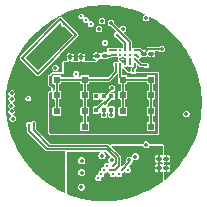
<source format=gbr>
%TF.GenerationSoftware,KiCad,Pcbnew,9.0.7+1*%
%TF.CreationDate,2026-02-20T15:02:05+00:00*%
%TF.ProjectId,ZSWatch-Extension,5a535761-7463-4682-9d45-7874656e7369,1.0.0*%
%TF.SameCoordinates,Original*%
%TF.FileFunction,Copper,L4,Bot*%
%TF.FilePolarity,Positive*%
%FSLAX46Y46*%
G04 Gerber Fmt 4.6, Leading zero omitted, Abs format (unit mm)*
G04 Created by KiCad (PCBNEW 9.0.7+1) date 2026-02-20 15:02:05*
%MOMM*%
%LPD*%
G01*
G04 APERTURE LIST*
G04 Aperture macros list*
%AMRoundRect*
0 Rectangle with rounded corners*
0 $1 Rounding radius*
0 $2 $3 $4 $5 $6 $7 $8 $9 X,Y pos of 4 corners*
0 Add a 4 corners polygon primitive as box body*
4,1,4,$2,$3,$4,$5,$6,$7,$8,$9,$2,$3,0*
0 Add four circle primitives for the rounded corners*
1,1,$1+$1,$2,$3*
1,1,$1+$1,$4,$5*
1,1,$1+$1,$6,$7*
1,1,$1+$1,$8,$9*
0 Add four rect primitives between the rounded corners*
20,1,$1+$1,$2,$3,$4,$5,0*
20,1,$1+$1,$4,$5,$6,$7,0*
20,1,$1+$1,$6,$7,$8,$9,0*
20,1,$1+$1,$8,$9,$2,$3,0*%
G04 Aperture macros list end*
%TA.AperFunction,Conductor*%
%ADD10C,0.200000*%
%TD*%
%ADD11C,0.060000*%
%TA.AperFunction,NonConductor*%
%ADD12C,0.060000*%
%TD*%
%TA.AperFunction,SMDPad,CuDef*%
%ADD13RoundRect,0.100000X-0.130000X-0.100000X0.130000X-0.100000X0.130000X0.100000X-0.130000X0.100000X0*%
%TD*%
%TA.AperFunction,SMDPad,CuDef*%
%ADD14RoundRect,0.100000X0.130000X0.100000X-0.130000X0.100000X-0.130000X-0.100000X0.130000X-0.100000X0*%
%TD*%
%TA.AperFunction,SMDPad,CuDef*%
%ADD15R,0.550000X0.550000*%
%TD*%
%TA.AperFunction,SMDPad,CuDef*%
%ADD16RoundRect,0.100000X0.100000X-0.130000X0.100000X0.130000X-0.100000X0.130000X-0.100000X-0.130000X0*%
%TD*%
%TA.AperFunction,SMDPad,CuDef*%
%ADD17R,0.400000X0.400000*%
%TD*%
%TA.AperFunction,SMDPad,CuDef*%
%ADD18C,0.250000*%
%TD*%
%TA.AperFunction,ViaPad*%
%ADD19C,0.350000*%
%TD*%
%TA.AperFunction,ViaPad*%
%ADD20C,0.302400*%
%TD*%
%TA.AperFunction,Conductor*%
%ADD21C,0.150000*%
%TD*%
G04 APERTURE END LIST*
D10*
%TO.N,Net-(IC501-CS_{ACC})*%
X202665686Y-144234314D02*
X199412994Y-147487006D01*
X198069491Y-146143503D01*
X201322183Y-142890813D01*
X202665686Y-144234314D01*
D11*
D12*
X199951053Y-145418870D02*
X199789429Y-145580494D01*
X199870241Y-145499682D02*
X200153083Y-145782524D01*
X200153083Y-145782524D02*
X200085740Y-145769056D01*
X200085740Y-145769056D02*
X200031865Y-145769056D01*
X200031865Y-145769056D02*
X199991459Y-145782524D01*
X200099208Y-145324589D02*
X200099208Y-145297651D01*
X200099208Y-145297651D02*
X200072271Y-145297651D01*
X200072271Y-145297651D02*
X200072271Y-145324589D01*
X200072271Y-145324589D02*
X200099208Y-145324589D01*
X200099208Y-145324589D02*
X200072271Y-145297651D01*
X200543675Y-145391933D02*
X200570613Y-145364995D01*
X200570613Y-145364995D02*
X200584081Y-145324589D01*
X200584081Y-145324589D02*
X200584081Y-145297652D01*
X200584081Y-145297652D02*
X200570613Y-145257246D01*
X200570613Y-145257246D02*
X200530207Y-145189902D01*
X200530207Y-145189902D02*
X200462863Y-145122559D01*
X200462863Y-145122559D02*
X200395520Y-145082152D01*
X200395520Y-145082152D02*
X200355114Y-145068684D01*
X200355114Y-145068684D02*
X200328176Y-145068684D01*
X200328176Y-145068684D02*
X200287770Y-145082152D01*
X200287770Y-145082152D02*
X200260833Y-145109090D01*
X200260833Y-145109090D02*
X200247364Y-145149496D01*
X200247364Y-145149496D02*
X200247364Y-145176433D01*
X200247364Y-145176433D02*
X200260833Y-145216839D01*
X200260833Y-145216839D02*
X200301239Y-145284183D01*
X200301239Y-145284183D02*
X200368582Y-145351526D01*
X200368582Y-145351526D02*
X200435926Y-145391933D01*
X200435926Y-145391933D02*
X200476332Y-145405401D01*
X200476332Y-145405401D02*
X200503269Y-145405401D01*
X200503269Y-145405401D02*
X200543675Y-145391933D01*
X200503269Y-144920528D02*
X200503269Y-144893591D01*
X200503269Y-144893591D02*
X200476332Y-144893591D01*
X200476332Y-144893591D02*
X200476332Y-144920528D01*
X200476332Y-144920528D02*
X200503269Y-144920528D01*
X200503269Y-144920528D02*
X200476332Y-144893591D01*
X200947736Y-144987872D02*
X200974673Y-144960935D01*
X200974673Y-144960935D02*
X200988142Y-144920528D01*
X200988142Y-144920528D02*
X200988142Y-144893591D01*
X200988142Y-144893591D02*
X200974673Y-144853185D01*
X200974673Y-144853185D02*
X200934267Y-144785841D01*
X200934267Y-144785841D02*
X200866924Y-144718498D01*
X200866924Y-144718498D02*
X200799580Y-144678092D01*
X200799580Y-144678092D02*
X200759174Y-144664623D01*
X200759174Y-144664623D02*
X200732237Y-144664623D01*
X200732237Y-144664623D02*
X200691831Y-144678092D01*
X200691831Y-144678092D02*
X200664893Y-144705029D01*
X200664893Y-144705029D02*
X200651425Y-144745435D01*
X200651425Y-144745435D02*
X200651425Y-144772373D01*
X200651425Y-144772373D02*
X200664893Y-144812779D01*
X200664893Y-144812779D02*
X200705299Y-144880122D01*
X200705299Y-144880122D02*
X200772643Y-144947466D01*
X200772643Y-144947466D02*
X200839986Y-144987872D01*
X200839986Y-144987872D02*
X200880393Y-145001341D01*
X200880393Y-145001341D02*
X200907330Y-145001341D01*
X200907330Y-145001341D02*
X200947736Y-144987872D01*
%TD*%
D13*
%TO.P,C508,1*%
%TO.N,VSYS*%
X208380000Y-145800000D03*
%TO.P,C508,2*%
%TO.N,GND*%
X209020000Y-145800000D03*
%TD*%
D14*
%TO.P,C611,1*%
%TO.N,GND*%
X210300000Y-154700000D03*
%TO.P,C611,2*%
%TO.N,GNDA*%
X209660000Y-154700000D03*
%TD*%
D15*
%TO.P,D501,1,K*%
%TO.N,Net-(D501-K)*%
X203390000Y-148000000D03*
X201010000Y-148000000D03*
X203390000Y-149310000D03*
X201010000Y-149310000D03*
X203390000Y-150690000D03*
X201010000Y-150690000D03*
X203390000Y-152000000D03*
%TO.P,D501,2,A*%
%TO.N,PD_GND*%
X201010000Y-152000000D03*
%TD*%
D14*
%TO.P,R601,1*%
%TO.N,GND*%
X210300000Y-155500000D03*
%TO.P,R601,2*%
%TO.N,GNDA*%
X209660000Y-155500000D03*
%TD*%
D16*
%TO.P,R501,1*%
%TO.N,PD_GND*%
X203100000Y-146720000D03*
%TO.P,R501,2*%
%TO.N,GND*%
X203100000Y-146080000D03*
%TD*%
%TO.P,C501,1*%
%TO.N,PD_GND*%
X202150000Y-146720000D03*
%TO.P,C501,2*%
%TO.N,GND*%
X202150000Y-146080000D03*
%TD*%
D14*
%TO.P,C509,1*%
%TO.N,Net-(IC503-V_{REF})*%
X205075000Y-146000000D03*
%TO.P,C509,2*%
%TO.N,GND*%
X204435000Y-146000000D03*
%TD*%
D17*
%TO.P,LED501,1,K*%
%TO.N,Net-(IC503-LED2-DRV)*%
X205650000Y-150575000D03*
%TO.P,LED501,2,A*%
%TO.N,VSYS*%
X205650000Y-149425000D03*
%TO.P,LED501,3,K*%
%TO.N,Net-(IC503-LED1-DRV)*%
X205000000Y-150575000D03*
%TO.P,LED501,4,K*%
%TO.N,Net-(IC503-LED3-DRV)*%
X205000000Y-149425000D03*
%TO.P,LED501,5,A*%
%TO.N,VSYS*%
X204350000Y-150575000D03*
%TO.P,LED501,6,NC*%
%TO.N,unconnected-(LED501-NC-Pad6)*%
X204350000Y-149425000D03*
%TD*%
D18*
%TO.P,IC503,A1,V_{LED}*%
%TO.N,VSYS*%
X207600000Y-145500000D03*
%TO.P,IC503,A2,SCLK*%
%TO.N,Net-(IC501-SCLK_{SENSOR})*%
X207200000Y-145500000D03*
%TO.P,IC503,A3,MISO*%
%TO.N,Net-(IC501-MISO_{SENSOR})*%
X206800000Y-145500000D03*
%TO.P,IC503,A4,MOSI*%
%TO.N,Net-(IC501-MOSI_{SENSOR})*%
X206400000Y-145500000D03*
%TO.P,IC503,A5,~{CSB}*%
%TO.N,Net-(IC501-CS_{PPG})*%
X206000000Y-145500000D03*
%TO.P,IC503,B1,LED3-DRV*%
%TO.N,Net-(IC503-LED3-DRV)*%
X207600000Y-145900000D03*
%TO.P,IC503,B2,~{INT}*%
%TO.N,Net-(IC501-INT_{PPG})*%
X207200000Y-145900000D03*
%TO.P,IC503,B3,GPIO1*%
%TO.N,unconnected-(IC503-GPIO1-PadB3)*%
X206800000Y-145900000D03*
%TO.P,IC503,B4,GPIO2*%
%TO.N,unconnected-(IC503-GPIO2-PadB4)*%
X206400000Y-145900000D03*
%TO.P,IC503,B5,V_{REF}*%
%TO.N,Net-(IC503-V_{REF})*%
X206000000Y-145900000D03*
%TO.P,IC503,C1,LED2-DRV*%
%TO.N,Net-(IC503-LED2-DRV)*%
X207600000Y-146300000D03*
%TO.P,IC503,C2,DVDD*%
%TO.N,/Project Architecture/Connectors/+1V8_HR*%
X207200000Y-146300000D03*
%TO.P,IC503,C3,DGND*%
%TO.N,GND*%
X206800000Y-146300000D03*
%TO.P,IC503,C4,AGND*%
X206400000Y-146300000D03*
%TO.P,IC503,C5,PD-GND*%
%TO.N,PD_GND*%
X206000000Y-146300000D03*
%TO.P,IC503,D1,LED1-DRV*%
%TO.N,Net-(IC503-LED1-DRV)*%
X207600000Y-146700000D03*
%TO.P,IC503,D2,AVDD*%
%TO.N,/Project Architecture/Connectors/+1V8_HR*%
X207200000Y-146700000D03*
%TO.P,IC503,D3,PGND*%
%TO.N,GND*%
X206800000Y-146700000D03*
%TO.P,IC503,D4,PD2-IN*%
%TO.N,Net-(D502-K)*%
X206400000Y-146700000D03*
%TO.P,IC503,D5,PD1-IN*%
%TO.N,Net-(D501-K)*%
X206000000Y-146700000D03*
%TD*%
D15*
%TO.P,D502,1,K*%
%TO.N,Net-(D502-K)*%
X208990000Y-148000000D03*
X206610000Y-148000000D03*
X208990000Y-149310000D03*
X206610000Y-149310000D03*
X208990000Y-150690000D03*
X206610000Y-150690000D03*
X208990000Y-152000000D03*
%TO.P,D502,2,A*%
%TO.N,PD_GND*%
X206610000Y-152000000D03*
%TD*%
D19*
%TO.N,GND*%
X207112500Y-144143000D03*
X200400000Y-148800000D03*
X209700000Y-143993000D03*
D20*
X209350000Y-146400000D03*
D19*
X209500000Y-146880000D03*
X212000000Y-151400000D03*
D20*
X206800000Y-146700000D03*
X204875000Y-142275000D03*
X201247524Y-146516942D03*
X200200000Y-144666584D03*
X200379773Y-147420227D03*
%TO.N,PD_GND*%
X203725000Y-147325000D03*
X204000000Y-148900000D03*
X204000000Y-148375000D03*
X202700000Y-148525000D03*
X201650000Y-150775000D03*
X204775000Y-147325000D03*
X202175000Y-151300000D03*
X202175000Y-150775000D03*
X201650000Y-149050000D03*
X204250000Y-147325000D03*
X202175000Y-148525000D03*
X202700000Y-151300000D03*
X201650000Y-151300000D03*
X202175000Y-149050000D03*
X202700000Y-149050000D03*
X202700000Y-150775000D03*
D19*
%TO.N,GNDA*%
X206842069Y-157435457D03*
D20*
X207275000Y-156005000D03*
D19*
X203700000Y-154300000D03*
X203700000Y-157745000D03*
X208900000Y-155200000D03*
X205300000Y-157500000D03*
X209400000Y-156345000D03*
D20*
X206775000Y-156005000D03*
X205275000Y-156005000D03*
D19*
%TO.N,VSYS*%
X205100000Y-150000000D03*
X197200000Y-150700000D03*
X209900000Y-145400000D03*
X203100000Y-157105000D03*
D20*
%TO.N,Net-(IC503-LED3-DRV)*%
X207890354Y-146060790D03*
D19*
X205687500Y-148737500D03*
D20*
%TO.N,Net-(IC503-LED1-DRV)*%
X207500000Y-147300000D03*
D19*
X205000000Y-151000000D03*
D20*
%TO.N,Net-(IC503-LED2-DRV)*%
X208600000Y-146800000D03*
D19*
X205650000Y-151000000D03*
%TO.N,/Project Architecture/Audio/I2C_SCL*%
X197200000Y-149650000D03*
D20*
X198630659Y-151830659D03*
X205775000Y-155325000D03*
X203500000Y-142972581D03*
X198616200Y-149583800D03*
%TO.N,/Project Architecture/Audio/I2C_SDA*%
X203900000Y-143300000D03*
D19*
X197181864Y-150198937D03*
D20*
X199048798Y-151700000D03*
X205525000Y-155665000D03*
%TO.N,/Project Architecture/Connectors/Status*%
X203100000Y-142656284D03*
D19*
X197200000Y-149172528D03*
D20*
%TO.N,Net-(IC601-VREF)*%
X205775000Y-156005000D03*
D19*
X205675000Y-154825000D03*
%TO.N,Net-(IC601-HPCFN)*%
X207675000Y-154525000D03*
D20*
X207025000Y-155665000D03*
D19*
%TO.N,Net-(IC601-SP_P)*%
X203125000Y-154875000D03*
D20*
X204775000Y-156005000D03*
%TO.N,Net-(IC601-SP_N)*%
X204525000Y-156345000D03*
D19*
X203125001Y-155875000D03*
D20*
%TO.N,Net-(IC501-SCLK_{SENSOR})*%
X205100000Y-144900000D03*
D19*
X205600000Y-143200000D03*
%TO.N,/Project Architecture/Heartrate/INT_{ACC}*%
X206612502Y-143712500D03*
D20*
X202653033Y-147529741D03*
%TO.N,Net-(IC501-MOSI_{SENSOR})*%
X206400000Y-145500000D03*
%TO.N,Net-(IC501-CS_{PPG})*%
X205500000Y-145500000D03*
%TO.N,Net-(IC501-CS_{ACC})*%
X201606169Y-143268723D03*
D19*
X204600000Y-143700000D03*
D20*
%TO.N,Net-(IC501-INT_{PPG})*%
X207200000Y-145900000D03*
%TO.N,Net-(IC501-MISO_{SENSOR})*%
X206100000Y-144200000D03*
%TO.N,/Project Architecture/Audio/I2S_DIN*%
X206525000Y-155665000D03*
D19*
X207175000Y-154825000D03*
D20*
%TO.N,/Project Architecture/Audio/I2S_MCLK*%
X205025000Y-155665000D03*
D19*
X208600000Y-153500000D03*
%TO.N,/Project Architecture/Connectors/+1V8_HR*%
X200900000Y-147000000D03*
X208572500Y-142800000D03*
D20*
X207202395Y-146302417D03*
D19*
X197290188Y-151299806D03*
X204850000Y-143040000D03*
D20*
%TO.N,/Project Architecture/Audio/+1V8_PA*%
X206275000Y-156005000D03*
D19*
X204845000Y-154445000D03*
X212000000Y-150900000D03*
D20*
X205275000Y-155325000D03*
%TD*%
D21*
%TO.N,GND*%
X206800000Y-146300000D02*
X206800000Y-146700000D01*
%TO.N,VSYS*%
X205100000Y-150000000D02*
X204925000Y-150000000D01*
X205650000Y-149425000D02*
X205650000Y-149450000D01*
X205650000Y-149450000D02*
X205100000Y-150000000D01*
X204925000Y-150000000D02*
X204350000Y-150575000D01*
X207600000Y-145500000D02*
X208080000Y-145500000D01*
X208080000Y-145500000D02*
X208380000Y-145800000D01*
X209900000Y-145400000D02*
X208780000Y-145400000D01*
X208780000Y-145400000D02*
X208380000Y-145800000D01*
%TO.N,Net-(IC503-V_{REF})*%
X205600000Y-145900000D02*
X205500000Y-146000000D01*
X205500000Y-146000000D02*
X205075000Y-146000000D01*
X206000000Y-145900000D02*
X205600000Y-145900000D01*
%TO.N,Net-(D501-K)*%
X201010000Y-149310000D02*
X201010000Y-148000000D01*
X203390000Y-148000000D02*
X203390000Y-149310000D01*
X201010000Y-148000000D02*
X203390000Y-148000000D01*
X206000000Y-147400000D02*
X205400000Y-148000000D01*
X204200000Y-148000000D02*
X203390000Y-148000000D01*
X203390000Y-150690000D02*
X203390000Y-152000000D01*
X205400000Y-148000000D02*
X204200000Y-148000000D01*
X203390000Y-149310000D02*
X203390000Y-150690000D01*
X206000000Y-146700000D02*
X206000000Y-147400000D01*
X201010000Y-150690000D02*
X201010000Y-149310000D01*
%TO.N,Net-(D502-K)*%
X206610000Y-150690000D02*
X206610000Y-149310000D01*
X206600000Y-148000000D02*
X206610000Y-148000000D01*
X206610000Y-149310000D02*
X206610000Y-148000000D01*
X208990000Y-150690000D02*
X208990000Y-149600000D01*
X206400000Y-146700000D02*
X206400000Y-147800000D01*
X206610000Y-148000000D02*
X208990000Y-148000000D01*
X208990000Y-152000000D02*
X208990000Y-150690000D01*
X208990000Y-149310000D02*
X208990000Y-148000000D01*
%TO.N,Net-(IC503-LED3-DRV)*%
X207729564Y-145900000D02*
X207890354Y-146060790D01*
X207600000Y-145900000D02*
X207729564Y-145900000D01*
X205687500Y-148737500D02*
X205000000Y-149425000D01*
%TO.N,Net-(IC503-LED1-DRV)*%
X207500000Y-147300000D02*
X207500000Y-147064154D01*
X205000000Y-150575000D02*
X205000000Y-151000000D01*
X207500000Y-147064154D02*
X207600000Y-146964154D01*
X207600000Y-146964154D02*
X207600000Y-146700000D01*
%TO.N,Net-(IC503-LED2-DRV)*%
X208606200Y-146800000D02*
X208125679Y-146800000D01*
X208125679Y-146800000D02*
X207625679Y-146300000D01*
X207625679Y-146300000D02*
X207600000Y-146300000D01*
X205650000Y-151000000D02*
X205650000Y-150575000D01*
%TO.N,/Project Architecture/Audio/I2C_SCL*%
X205246389Y-153900000D02*
X200200000Y-153900000D01*
X206026000Y-154679611D02*
X205246389Y-153900000D01*
X198630659Y-152330659D02*
X198630659Y-151830659D01*
X206026000Y-155074000D02*
X206026000Y-154679611D01*
X200200000Y-153900000D02*
X198630659Y-152330659D01*
X205775000Y-155325000D02*
X206026000Y-155074000D01*
%TO.N,/Project Architecture/Audio/I2C_SDA*%
X205525000Y-155665000D02*
X205935000Y-155665000D01*
X200400000Y-153600000D02*
X199048798Y-152248798D01*
X199048798Y-152248798D02*
X199048798Y-151700000D01*
X206277000Y-154575643D02*
X205301357Y-153600000D01*
X206277000Y-155323000D02*
X206277000Y-154575643D01*
X205935000Y-155665000D02*
X206277000Y-155323000D01*
X205301357Y-153600000D02*
X200400000Y-153600000D01*
%TO.N,Net-(IC501-SCLK_{SENSOR})*%
X205600000Y-143200000D02*
X207200000Y-144800000D01*
X207200000Y-144800000D02*
X207200000Y-145500000D01*
%TO.N,Net-(IC501-CS_{PPG})*%
X205500000Y-145500000D02*
X206000000Y-145500000D01*
%TO.N,Net-(IC501-MISO_{SENSOR})*%
X206800000Y-144900000D02*
X206100000Y-144200000D01*
X206800000Y-145500000D02*
X206800000Y-144900000D01*
%TO.N,/Project Architecture/Audio/I2S_DIN*%
X207175000Y-154825000D02*
X207175000Y-155015000D01*
X207175000Y-155015000D02*
X206525000Y-155665000D01*
%TO.N,/Project Architecture/Connectors/+1V8_HR*%
X207200000Y-146300000D02*
X207200000Y-146700000D01*
X207200000Y-146300022D02*
X207202395Y-146302417D01*
X207200000Y-146300000D02*
X207200000Y-146300022D01*
%TD*%
%TA.AperFunction,Conductor*%
%TO.N,GNDA*%
G36*
X208316547Y-153618306D02*
G01*
X208326479Y-153631249D01*
X208357939Y-153685738D01*
X208357944Y-153685744D01*
X208414255Y-153742055D01*
X208414261Y-153742060D01*
X208483239Y-153781885D01*
X208527654Y-153793786D01*
X208560170Y-153802499D01*
X208560173Y-153802499D01*
X208560175Y-153802500D01*
X208560176Y-153802500D01*
X208639824Y-153802500D01*
X208639825Y-153802500D01*
X208716761Y-153781885D01*
X208785739Y-153742060D01*
X208842060Y-153685739D01*
X208855615Y-153662261D01*
X208873521Y-153631249D01*
X208911472Y-153602129D01*
X208927647Y-153600000D01*
X209912500Y-153600000D01*
X209956694Y-153618306D01*
X209975000Y-153662500D01*
X209975000Y-154333673D01*
X209956694Y-154377867D01*
X209912500Y-154396173D01*
X209884597Y-154387709D01*
X209884259Y-154388527D01*
X209878570Y-154386170D01*
X209812356Y-154373000D01*
X209723500Y-154373000D01*
X209723500Y-155027000D01*
X209812356Y-155027000D01*
X209812356Y-155026999D01*
X209878570Y-155013829D01*
X209884259Y-155011473D01*
X209884870Y-155012950D01*
X209895653Y-155010804D01*
X209912500Y-155003826D01*
X209918410Y-155006274D01*
X209924685Y-155005025D01*
X209939848Y-155015154D01*
X209956694Y-155022132D01*
X209959142Y-155028042D01*
X209964462Y-155031596D01*
X209975000Y-155066326D01*
X209975000Y-155133673D01*
X209956694Y-155177867D01*
X209912500Y-155196173D01*
X209884597Y-155187709D01*
X209884259Y-155188527D01*
X209878570Y-155186170D01*
X209812356Y-155173000D01*
X209723500Y-155173000D01*
X209723500Y-155827000D01*
X209812356Y-155827000D01*
X209812356Y-155826999D01*
X209878570Y-155813829D01*
X209884259Y-155811473D01*
X209884870Y-155812950D01*
X209924685Y-155805025D01*
X209964462Y-155831596D01*
X209975000Y-155866326D01*
X209975000Y-156607415D01*
X209956694Y-156651609D01*
X209950548Y-156656999D01*
X209835900Y-156744972D01*
X209832575Y-156747355D01*
X209384403Y-157046814D01*
X209380930Y-157048974D01*
X208914129Y-157318482D01*
X208910522Y-157320410D01*
X208427087Y-157558813D01*
X208423362Y-157560500D01*
X207925392Y-157766766D01*
X207921564Y-157768207D01*
X207411151Y-157941469D01*
X207407237Y-157942656D01*
X206886599Y-158082161D01*
X206882616Y-158083090D01*
X206353954Y-158188247D01*
X206349919Y-158188913D01*
X205815523Y-158259268D01*
X205811453Y-158259669D01*
X205273596Y-158294922D01*
X205269508Y-158295056D01*
X204730492Y-158295056D01*
X204726404Y-158294922D01*
X204188546Y-158259669D01*
X204184476Y-158259268D01*
X203650080Y-158188913D01*
X203646045Y-158188247D01*
X203117383Y-158083090D01*
X203113400Y-158082161D01*
X202592762Y-157942656D01*
X202588848Y-157941469D01*
X202078435Y-157768207D01*
X202074607Y-157766766D01*
X201913582Y-157700067D01*
X201879757Y-157666243D01*
X201875000Y-157642325D01*
X201875000Y-157065170D01*
X202797500Y-157065170D01*
X202797500Y-157144829D01*
X202818115Y-157221761D01*
X202818115Y-157221763D01*
X202857939Y-157290738D01*
X202857944Y-157290744D01*
X202914255Y-157347055D01*
X202914261Y-157347060D01*
X202983239Y-157386885D01*
X203027654Y-157398786D01*
X203060170Y-157407499D01*
X203060173Y-157407499D01*
X203060175Y-157407500D01*
X203060176Y-157407500D01*
X203139824Y-157407500D01*
X203139825Y-157407500D01*
X203216761Y-157386885D01*
X203285739Y-157347060D01*
X203342060Y-157290739D01*
X203381885Y-157221761D01*
X203402500Y-157144825D01*
X203402500Y-157065175D01*
X203381885Y-156988239D01*
X203381884Y-156988237D01*
X203381884Y-156988236D01*
X203342060Y-156919261D01*
X203342055Y-156919255D01*
X203285744Y-156862944D01*
X203285738Y-156862939D01*
X203216762Y-156823115D01*
X203139829Y-156802500D01*
X203139825Y-156802500D01*
X203060175Y-156802500D01*
X203060170Y-156802500D01*
X202983238Y-156823115D01*
X202983236Y-156823115D01*
X202914261Y-156862939D01*
X202914255Y-156862944D01*
X202857944Y-156919255D01*
X202857939Y-156919261D01*
X202818115Y-156988236D01*
X202818115Y-156988238D01*
X202797500Y-157065170D01*
X201875000Y-157065170D01*
X201875000Y-155835170D01*
X202822501Y-155835170D01*
X202822501Y-155914829D01*
X202843116Y-155991761D01*
X202843116Y-155991763D01*
X202882940Y-156060738D01*
X202882945Y-156060744D01*
X202939256Y-156117055D01*
X202939262Y-156117060D01*
X202947790Y-156121984D01*
X203008240Y-156156885D01*
X203052655Y-156168786D01*
X203085171Y-156177499D01*
X203085174Y-156177499D01*
X203085176Y-156177500D01*
X203085177Y-156177500D01*
X203164825Y-156177500D01*
X203164826Y-156177500D01*
X203241762Y-156156885D01*
X203310740Y-156117060D01*
X203367061Y-156060739D01*
X203406886Y-155991761D01*
X203427501Y-155914825D01*
X203427501Y-155835175D01*
X203427152Y-155833874D01*
X203413058Y-155781273D01*
X203406886Y-155758239D01*
X203406885Y-155758237D01*
X203406885Y-155758236D01*
X203367061Y-155689261D01*
X203367056Y-155689255D01*
X203310745Y-155632944D01*
X203310739Y-155632939D01*
X203241763Y-155593115D01*
X203164830Y-155572500D01*
X203164826Y-155572500D01*
X203085176Y-155572500D01*
X203085171Y-155572500D01*
X203008239Y-155593115D01*
X203008237Y-155593115D01*
X202939262Y-155632939D01*
X202939256Y-155632944D01*
X202882945Y-155689255D01*
X202882940Y-155689261D01*
X202843116Y-155758236D01*
X202843116Y-155758238D01*
X202822501Y-155835170D01*
X201875000Y-155835170D01*
X201875000Y-154835170D01*
X202822500Y-154835170D01*
X202822500Y-154914829D01*
X202843115Y-154991761D01*
X202843115Y-154991763D01*
X202882939Y-155060738D01*
X202882944Y-155060744D01*
X202939255Y-155117055D01*
X202939261Y-155117060D01*
X203008239Y-155156885D01*
X203052654Y-155168786D01*
X203085170Y-155177499D01*
X203085173Y-155177499D01*
X203085175Y-155177500D01*
X203085176Y-155177500D01*
X203164824Y-155177500D01*
X203164825Y-155177500D01*
X203241761Y-155156885D01*
X203310739Y-155117060D01*
X203367060Y-155060739D01*
X203406885Y-154991761D01*
X203427500Y-154914825D01*
X203427500Y-154835175D01*
X203425443Y-154827500D01*
X203419919Y-154806884D01*
X203406885Y-154758239D01*
X203406884Y-154758237D01*
X203406884Y-154758236D01*
X203367060Y-154689261D01*
X203367055Y-154689255D01*
X203310744Y-154632944D01*
X203310738Y-154632939D01*
X203241762Y-154593115D01*
X203164829Y-154572500D01*
X203164825Y-154572500D01*
X203085175Y-154572500D01*
X203085170Y-154572500D01*
X203008238Y-154593115D01*
X203008236Y-154593115D01*
X202939261Y-154632939D01*
X202939255Y-154632944D01*
X202882944Y-154689255D01*
X202882939Y-154689261D01*
X202843115Y-154758236D01*
X202843115Y-154758238D01*
X202822500Y-154835170D01*
X201875000Y-154835170D01*
X201875000Y-154165000D01*
X201893306Y-154120806D01*
X201937500Y-154102500D01*
X204608812Y-154102500D01*
X204653006Y-154120806D01*
X204671312Y-154165000D01*
X204653006Y-154209194D01*
X204602944Y-154259255D01*
X204602939Y-154259261D01*
X204563115Y-154328236D01*
X204563115Y-154328238D01*
X204542500Y-154405170D01*
X204542500Y-154484829D01*
X204563115Y-154561761D01*
X204563115Y-154561763D01*
X204602939Y-154630738D01*
X204602944Y-154630744D01*
X204659255Y-154687055D01*
X204659261Y-154687060D01*
X204695943Y-154708239D01*
X204728239Y-154726885D01*
X204772654Y-154738786D01*
X204805170Y-154747499D01*
X204805173Y-154747499D01*
X204805175Y-154747500D01*
X204805176Y-154747500D01*
X204884824Y-154747500D01*
X204884825Y-154747500D01*
X204961761Y-154726885D01*
X205030739Y-154687060D01*
X205087060Y-154630739D01*
X205126885Y-154561761D01*
X205147500Y-154484825D01*
X205147500Y-154405175D01*
X205126885Y-154328239D01*
X205126884Y-154328237D01*
X205126884Y-154328236D01*
X205087060Y-154259261D01*
X205087055Y-154259255D01*
X205036994Y-154209194D01*
X205018688Y-154165000D01*
X205036994Y-154120806D01*
X205081188Y-154102500D01*
X205136623Y-154102500D01*
X205180817Y-154120806D01*
X205529101Y-154469090D01*
X205547407Y-154513284D01*
X205529101Y-154557478D01*
X205516159Y-154567410D01*
X205489258Y-154582941D01*
X205432944Y-154639255D01*
X205432939Y-154639261D01*
X205393115Y-154708236D01*
X205393115Y-154708238D01*
X205372500Y-154785170D01*
X205372500Y-154864829D01*
X205393115Y-154941761D01*
X205403973Y-154960568D01*
X205410216Y-155007994D01*
X205381096Y-155045945D01*
X205333670Y-155052189D01*
X205311692Y-155046300D01*
X205238308Y-155046300D01*
X205238303Y-155046300D01*
X205167428Y-155065292D01*
X205167423Y-155065294D01*
X205103874Y-155101983D01*
X205051983Y-155153874D01*
X205015294Y-155217423D01*
X205015292Y-155217428D01*
X204996300Y-155288303D01*
X204996300Y-155336200D01*
X204977994Y-155380394D01*
X204949978Y-155396570D01*
X204917426Y-155405292D01*
X204917423Y-155405294D01*
X204853874Y-155441983D01*
X204801983Y-155493874D01*
X204765294Y-155557423D01*
X204765292Y-155557428D01*
X204746300Y-155628303D01*
X204746300Y-155676200D01*
X204727994Y-155720394D01*
X204699978Y-155736570D01*
X204667426Y-155745292D01*
X204667423Y-155745294D01*
X204603874Y-155781983D01*
X204551983Y-155833874D01*
X204515294Y-155897423D01*
X204515292Y-155897428D01*
X204496300Y-155968303D01*
X204496300Y-156016200D01*
X204477994Y-156060394D01*
X204449978Y-156076570D01*
X204417426Y-156085292D01*
X204417423Y-156085294D01*
X204353874Y-156121983D01*
X204301983Y-156173874D01*
X204265294Y-156237423D01*
X204265292Y-156237428D01*
X204246300Y-156308303D01*
X204246300Y-156381696D01*
X204265292Y-156452571D01*
X204265293Y-156452574D01*
X204301984Y-156516126D01*
X204353874Y-156568016D01*
X204417426Y-156604707D01*
X204460803Y-156616330D01*
X204488303Y-156623699D01*
X204488305Y-156623699D01*
X204488308Y-156623700D01*
X204488310Y-156623700D01*
X204561690Y-156623700D01*
X204561692Y-156623700D01*
X204632574Y-156604707D01*
X204696126Y-156568016D01*
X204748016Y-156516126D01*
X204784707Y-156452574D01*
X204803700Y-156381692D01*
X204803700Y-156333799D01*
X204822006Y-156289605D01*
X204850024Y-156273429D01*
X204882570Y-156264708D01*
X204882569Y-156264708D01*
X204882574Y-156264707D01*
X204946126Y-156228016D01*
X204998016Y-156176126D01*
X205034707Y-156112574D01*
X205053700Y-156041692D01*
X205053700Y-155993799D01*
X205072006Y-155949605D01*
X205100024Y-155933429D01*
X205132570Y-155924708D01*
X205132569Y-155924708D01*
X205132574Y-155924707D01*
X205196126Y-155888016D01*
X205230806Y-155853336D01*
X205275000Y-155835030D01*
X205319194Y-155853336D01*
X205353874Y-155888016D01*
X205417426Y-155924707D01*
X205417428Y-155924707D01*
X205417429Y-155924708D01*
X205449976Y-155933429D01*
X205487927Y-155962549D01*
X205496300Y-155993799D01*
X205496300Y-156041696D01*
X205515292Y-156112571D01*
X205515294Y-156112576D01*
X205550683Y-156173874D01*
X205551984Y-156176126D01*
X205603874Y-156228016D01*
X205667426Y-156264707D01*
X205699977Y-156273429D01*
X205738303Y-156283699D01*
X205738305Y-156283699D01*
X205738308Y-156283700D01*
X205738310Y-156283700D01*
X205811690Y-156283700D01*
X205811692Y-156283700D01*
X205882574Y-156264707D01*
X205946126Y-156228016D01*
X205980806Y-156193336D01*
X206025000Y-156175030D01*
X206069194Y-156193336D01*
X206103874Y-156228016D01*
X206167426Y-156264707D01*
X206199977Y-156273429D01*
X206238303Y-156283699D01*
X206238305Y-156283699D01*
X206238308Y-156283700D01*
X206238310Y-156283700D01*
X206311690Y-156283700D01*
X206311692Y-156283700D01*
X206382574Y-156264707D01*
X206446126Y-156228016D01*
X206498016Y-156176126D01*
X206534707Y-156112574D01*
X206553700Y-156041692D01*
X206553700Y-155993799D01*
X206572006Y-155949605D01*
X206600024Y-155933429D01*
X206632570Y-155924708D01*
X206632569Y-155924708D01*
X206632574Y-155924707D01*
X206696126Y-155888016D01*
X206730806Y-155853336D01*
X206775000Y-155835030D01*
X206819194Y-155853336D01*
X206853874Y-155888016D01*
X206917426Y-155924707D01*
X206949977Y-155933429D01*
X206988303Y-155943699D01*
X206988305Y-155943699D01*
X206988308Y-155943700D01*
X206988310Y-155943700D01*
X207061690Y-155943700D01*
X207061692Y-155943700D01*
X207132574Y-155924707D01*
X207196126Y-155888016D01*
X207248016Y-155836126D01*
X207284707Y-155772574D01*
X207303700Y-155701692D01*
X207303700Y-155628308D01*
X207302105Y-155622356D01*
X209303000Y-155622356D01*
X209316170Y-155688570D01*
X209316171Y-155688572D01*
X209366342Y-155763657D01*
X209441427Y-155813828D01*
X209441429Y-155813829D01*
X209507643Y-155826999D01*
X209507644Y-155827000D01*
X209596500Y-155827000D01*
X209596500Y-155563500D01*
X209303000Y-155563500D01*
X209303000Y-155622356D01*
X207302105Y-155622356D01*
X207284707Y-155557426D01*
X207248016Y-155493874D01*
X207196126Y-155441984D01*
X207196125Y-155441983D01*
X207173119Y-155428701D01*
X207164131Y-155423512D01*
X207135010Y-155385562D01*
X207136052Y-155377643D01*
X209303000Y-155377643D01*
X209303000Y-155436500D01*
X209596500Y-155436500D01*
X209596500Y-155173000D01*
X209507644Y-155173000D01*
X209441429Y-155186170D01*
X209441427Y-155186171D01*
X209366342Y-155236342D01*
X209316171Y-155311427D01*
X209316170Y-155311429D01*
X209303000Y-155377643D01*
X207136052Y-155377643D01*
X207141253Y-155338136D01*
X207151184Y-155325193D01*
X207346672Y-155129707D01*
X207376265Y-155058260D01*
X207389808Y-155037990D01*
X207417060Y-155010739D01*
X207449816Y-154954004D01*
X207456884Y-154941763D01*
X207456884Y-154941762D01*
X207456885Y-154941761D01*
X207477500Y-154864825D01*
X207477500Y-154864821D01*
X207478034Y-154860766D01*
X207479859Y-154861006D01*
X207495806Y-154822508D01*
X207540000Y-154804202D01*
X207556177Y-154806332D01*
X207558237Y-154806884D01*
X207558239Y-154806885D01*
X207602713Y-154818801D01*
X207635170Y-154827499D01*
X207635173Y-154827499D01*
X207635175Y-154827500D01*
X207635176Y-154827500D01*
X207714824Y-154827500D01*
X207714825Y-154827500D01*
X207734023Y-154822356D01*
X209303000Y-154822356D01*
X209316170Y-154888570D01*
X209316171Y-154888572D01*
X209366342Y-154963657D01*
X209441427Y-155013828D01*
X209441429Y-155013829D01*
X209507643Y-155026999D01*
X209507644Y-155027000D01*
X209596500Y-155027000D01*
X209596500Y-154763500D01*
X209303000Y-154763500D01*
X209303000Y-154822356D01*
X207734023Y-154822356D01*
X207791761Y-154806885D01*
X207860739Y-154767060D01*
X207917060Y-154710739D01*
X207956885Y-154641761D01*
X207974065Y-154577643D01*
X209303000Y-154577643D01*
X209303000Y-154636500D01*
X209596500Y-154636500D01*
X209596500Y-154373000D01*
X209507644Y-154373000D01*
X209441429Y-154386170D01*
X209441427Y-154386171D01*
X209366342Y-154436342D01*
X209316171Y-154511427D01*
X209316170Y-154511429D01*
X209303000Y-154577643D01*
X207974065Y-154577643D01*
X207977500Y-154564825D01*
X207977500Y-154485175D01*
X207977407Y-154484829D01*
X207964415Y-154436342D01*
X207956885Y-154408239D01*
X207956884Y-154408237D01*
X207956884Y-154408236D01*
X207917060Y-154339261D01*
X207917055Y-154339255D01*
X207860744Y-154282944D01*
X207860738Y-154282939D01*
X207791762Y-154243115D01*
X207714829Y-154222500D01*
X207714825Y-154222500D01*
X207635175Y-154222500D01*
X207635170Y-154222500D01*
X207558238Y-154243115D01*
X207558236Y-154243115D01*
X207489261Y-154282939D01*
X207489255Y-154282944D01*
X207432944Y-154339255D01*
X207432939Y-154339261D01*
X207393115Y-154408236D01*
X207393115Y-154408238D01*
X207372500Y-154485170D01*
X207371966Y-154489234D01*
X207370140Y-154488993D01*
X207354194Y-154527491D01*
X207310000Y-154545797D01*
X207293824Y-154543667D01*
X207214831Y-154522501D01*
X207214826Y-154522500D01*
X207214825Y-154522500D01*
X207135175Y-154522500D01*
X207135170Y-154522500D01*
X207058238Y-154543115D01*
X207058236Y-154543115D01*
X206989261Y-154582939D01*
X206989255Y-154582944D01*
X206932944Y-154639255D01*
X206932939Y-154639261D01*
X206893115Y-154708236D01*
X206893115Y-154708238D01*
X206872500Y-154785170D01*
X206872500Y-154864829D01*
X206893114Y-154941758D01*
X206893117Y-154941766D01*
X206894299Y-154943813D01*
X206894454Y-154944994D01*
X206894683Y-154945546D01*
X206894535Y-154945607D01*
X206900540Y-154991240D01*
X206884365Y-155019254D01*
X206586194Y-155317427D01*
X206542000Y-155335733D01*
X206497806Y-155317427D01*
X206479500Y-155273233D01*
X206479500Y-154535363D01*
X206479499Y-154535360D01*
X206458755Y-154485280D01*
X206458754Y-154485278D01*
X206458711Y-154485175D01*
X206448672Y-154460936D01*
X205694428Y-153706693D01*
X205676123Y-153662500D01*
X205694429Y-153618306D01*
X205738623Y-153600000D01*
X208272353Y-153600000D01*
X208316547Y-153618306D01*
G37*
%TD.AperFunction*%
%TD*%
%TA.AperFunction,Conductor*%
%TO.N,GND*%
G36*
X206634648Y-146053554D02*
G01*
X206660993Y-146079899D01*
X206668335Y-146097625D01*
X206800707Y-146229997D01*
X206800710Y-146230005D01*
X206800719Y-146230009D01*
X206807882Y-146247320D01*
X206815059Y-146264645D01*
X206815055Y-146264653D01*
X206815059Y-146264662D01*
X206808580Y-146280287D01*
X206800707Y-146299293D01*
X206800695Y-146299305D01*
X206799999Y-146299999D01*
X206800706Y-146300706D01*
X206815058Y-146335354D01*
X206800706Y-146370002D01*
X206676742Y-146493966D01*
X206676685Y-146494332D01*
X206677172Y-146506463D01*
X206835355Y-146664645D01*
X207001373Y-146830663D01*
X207012671Y-146832910D01*
X207020098Y-146839005D01*
X207072261Y-146891168D01*
X207072263Y-146891169D01*
X207072264Y-146891170D01*
X207155145Y-146925500D01*
X207155147Y-146925500D01*
X207244853Y-146925500D01*
X207244855Y-146925500D01*
X207283577Y-146909461D01*
X207321078Y-146909461D01*
X207347597Y-146935979D01*
X207347597Y-146973482D01*
X207324501Y-147029240D01*
X207324500Y-147029247D01*
X207324500Y-147099245D01*
X207310148Y-147133893D01*
X207286620Y-147157421D01*
X207248300Y-147249932D01*
X207248300Y-147295500D01*
X207233948Y-147330148D01*
X207199300Y-147344500D01*
X207113996Y-147344500D01*
X207079348Y-147330148D01*
X206757848Y-147008648D01*
X206743496Y-146974000D01*
X206757848Y-146939352D01*
X206792496Y-146925000D01*
X206844753Y-146925000D01*
X206844756Y-146924999D01*
X206922207Y-146892917D01*
X206599452Y-146570162D01*
X206590682Y-146569140D01*
X206589379Y-146567493D01*
X206587320Y-146567084D01*
X206579903Y-146560997D01*
X206539004Y-146520098D01*
X206531662Y-146502372D01*
X206399293Y-146370003D01*
X206384941Y-146335355D01*
X206399293Y-146300707D01*
X206400000Y-146300000D01*
X206399999Y-146299999D01*
X206470709Y-146299999D01*
X206593411Y-146422701D01*
X206606589Y-146422701D01*
X206729290Y-146299999D01*
X206606588Y-146177297D01*
X206593411Y-146177297D01*
X206470709Y-146299999D01*
X206399999Y-146299999D01*
X206399292Y-146299292D01*
X206384940Y-146264644D01*
X206399292Y-146229996D01*
X206530662Y-146098626D01*
X206532910Y-146087326D01*
X206538995Y-146079910D01*
X206565353Y-146053552D01*
X206600001Y-146039202D01*
X206634648Y-146053554D01*
G37*
%TD.AperFunction*%
%TA.AperFunction,Conductor*%
G36*
X205273154Y-141705049D02*
G01*
X205811912Y-141740360D01*
X205815054Y-141740669D01*
X206350375Y-141811146D01*
X206353532Y-141811668D01*
X206883051Y-141916996D01*
X206886157Y-141917720D01*
X207289850Y-142025889D01*
X207407654Y-142057455D01*
X207410722Y-142058385D01*
X207921991Y-142231937D01*
X207924980Y-142233062D01*
X208423779Y-142439671D01*
X208426689Y-142440989D01*
X208463280Y-142459034D01*
X208488008Y-142487230D01*
X208485555Y-142524653D01*
X208460360Y-142548251D01*
X208416440Y-142566443D01*
X208416439Y-142566445D01*
X208338944Y-142643940D01*
X208297000Y-142745198D01*
X208297000Y-142854801D01*
X208303157Y-142869665D01*
X208338943Y-142956058D01*
X208338944Y-142956059D01*
X208338945Y-142956061D01*
X208416439Y-143033555D01*
X208416440Y-143033555D01*
X208416442Y-143033557D01*
X208517700Y-143075500D01*
X208517702Y-143075500D01*
X208627298Y-143075500D01*
X208627300Y-143075500D01*
X208728558Y-143033557D01*
X208728560Y-143033555D01*
X208728561Y-143033555D01*
X208806055Y-142956061D01*
X208806055Y-142956060D01*
X208806057Y-142956058D01*
X208848000Y-142854800D01*
X208848000Y-142745200D01*
X208847785Y-142744683D01*
X208847785Y-142744125D01*
X208847058Y-142740466D01*
X208847785Y-142740321D01*
X208847783Y-142707182D01*
X208874300Y-142680661D01*
X208911803Y-142680658D01*
X208917555Y-142683495D01*
X209381306Y-142951242D01*
X209384029Y-142952935D01*
X209432314Y-142985198D01*
X209832959Y-143252900D01*
X209835539Y-143254749D01*
X210039559Y-143411300D01*
X210263869Y-143583420D01*
X210266348Y-143585454D01*
X210502402Y-143792467D01*
X210663284Y-143933557D01*
X210672270Y-143941437D01*
X210674610Y-143943629D01*
X211056370Y-144325389D01*
X211058562Y-144327729D01*
X211414545Y-144733651D01*
X211416579Y-144736130D01*
X211580739Y-144950066D01*
X211735458Y-145151700D01*
X211745240Y-145164447D01*
X211747108Y-145167053D01*
X212047064Y-145615970D01*
X212048757Y-145618693D01*
X212167580Y-145824500D01*
X212294627Y-146044552D01*
X212318701Y-146086248D01*
X212320208Y-146089068D01*
X212430388Y-146312490D01*
X212559007Y-146573305D01*
X212560330Y-146576226D01*
X212766932Y-147075007D01*
X212768062Y-147078008D01*
X212941614Y-147589277D01*
X212942544Y-147592345D01*
X213082277Y-148113834D01*
X213083005Y-148116957D01*
X213188330Y-148646464D01*
X213188853Y-148649627D01*
X213259327Y-149184920D01*
X213259641Y-149188111D01*
X213276231Y-149441223D01*
X213294920Y-149726380D01*
X213294951Y-149726845D01*
X213295056Y-149730050D01*
X213295056Y-150269949D01*
X213294951Y-150273154D01*
X213259641Y-150811888D01*
X213259327Y-150815079D01*
X213188853Y-151350372D01*
X213188330Y-151353535D01*
X213083005Y-151883042D01*
X213082277Y-151886165D01*
X212942544Y-152407654D01*
X212941614Y-152410722D01*
X212768062Y-152921991D01*
X212766932Y-152924992D01*
X212560330Y-153423773D01*
X212559007Y-153426694D01*
X212320213Y-153910923D01*
X212318701Y-153913751D01*
X212048757Y-154381306D01*
X212047064Y-154384029D01*
X211747108Y-154832946D01*
X211745240Y-154835552D01*
X211416579Y-155263869D01*
X211414545Y-155266348D01*
X211058562Y-155672270D01*
X211056370Y-155674610D01*
X210674610Y-156056370D01*
X210672270Y-156058562D01*
X210266349Y-156414545D01*
X210263870Y-156416579D01*
X210186329Y-156476078D01*
X210150104Y-156485785D01*
X210117626Y-156467033D01*
X210107500Y-156437204D01*
X210107500Y-155866330D01*
X210107500Y-155866326D01*
X210105996Y-155856191D01*
X210115106Y-155819813D01*
X210147272Y-155800531D01*
X210154465Y-155800000D01*
X210250000Y-155800000D01*
X210350000Y-155800000D01*
X210449695Y-155800000D01*
X210508036Y-155788395D01*
X210574192Y-155744192D01*
X210618395Y-155678036D01*
X210630000Y-155619694D01*
X210630000Y-155550000D01*
X210350000Y-155550000D01*
X210350000Y-155800000D01*
X210250000Y-155800000D01*
X210250000Y-155450000D01*
X210350000Y-155450000D01*
X210630000Y-155450000D01*
X210630000Y-155380305D01*
X210618395Y-155321963D01*
X210574192Y-155255807D01*
X210508036Y-155211604D01*
X210449695Y-155200000D01*
X210350000Y-155200000D01*
X210350000Y-155450000D01*
X210250000Y-155450000D01*
X210250000Y-155200000D01*
X210154013Y-155200000D01*
X210119365Y-155185648D01*
X210105013Y-155151000D01*
X210105955Y-155141440D01*
X210107500Y-155133673D01*
X210107500Y-155066326D01*
X210105996Y-155056191D01*
X210115106Y-155019813D01*
X210147272Y-155000531D01*
X210154465Y-155000000D01*
X210250000Y-155000000D01*
X210350000Y-155000000D01*
X210449695Y-155000000D01*
X210508036Y-154988395D01*
X210574192Y-154944192D01*
X210618395Y-154878036D01*
X210630000Y-154819694D01*
X210630000Y-154750000D01*
X210350000Y-154750000D01*
X210350000Y-155000000D01*
X210250000Y-155000000D01*
X210250000Y-154650000D01*
X210350000Y-154650000D01*
X210630000Y-154650000D01*
X210630000Y-154580305D01*
X210618395Y-154521963D01*
X210574192Y-154455807D01*
X210508036Y-154411604D01*
X210449695Y-154400000D01*
X210350000Y-154400000D01*
X210350000Y-154650000D01*
X210250000Y-154650000D01*
X210250000Y-154400000D01*
X210154013Y-154400000D01*
X210119365Y-154385648D01*
X210105013Y-154351000D01*
X210105955Y-154341440D01*
X210107500Y-154333673D01*
X210107500Y-153662500D01*
X210097414Y-153611794D01*
X210079108Y-153567600D01*
X210065533Y-153542739D01*
X210007400Y-153495892D01*
X210007383Y-153495885D01*
X209963209Y-153477587D01*
X209963203Y-153477585D01*
X209942755Y-153473518D01*
X209912500Y-153467500D01*
X208927647Y-153467500D01*
X208927637Y-153467500D01*
X208920906Y-153467941D01*
X208885394Y-153455885D01*
X208872434Y-153437798D01*
X208833557Y-153343942D01*
X208833556Y-153343941D01*
X208833555Y-153343939D01*
X208756061Y-153266445D01*
X208756059Y-153266444D01*
X208756058Y-153266443D01*
X208696744Y-153241874D01*
X208654801Y-153224500D01*
X208654800Y-153224500D01*
X208545200Y-153224500D01*
X208545198Y-153224500D01*
X208443940Y-153266444D01*
X208366445Y-153343939D01*
X208366443Y-153343940D01*
X208327385Y-153438234D01*
X208300866Y-153464752D01*
X208274787Y-153467321D01*
X208274747Y-153467736D01*
X208272661Y-153467530D01*
X208272558Y-153467540D01*
X208272353Y-153467500D01*
X205738623Y-153467500D01*
X205713387Y-153472519D01*
X205687919Y-153477585D01*
X205687909Y-153477588D01*
X205643738Y-153495885D01*
X205643715Y-153495896D01*
X205618864Y-153509465D01*
X205618861Y-153509468D01*
X205581760Y-153555506D01*
X205548844Y-153573478D01*
X205512860Y-153562912D01*
X205508959Y-153559407D01*
X205400772Y-153451219D01*
X205336267Y-153424500D01*
X205336266Y-153424500D01*
X200492990Y-153424500D01*
X200458342Y-153410148D01*
X199238650Y-152190455D01*
X199224298Y-152155807D01*
X199224298Y-151900754D01*
X199238650Y-151866106D01*
X199262179Y-151842577D01*
X199300498Y-151750066D01*
X199300498Y-151649934D01*
X199262179Y-151557423D01*
X199262177Y-151557421D01*
X199262177Y-151557420D01*
X199191378Y-151486621D01*
X199191376Y-151486620D01*
X199191375Y-151486619D01*
X199117128Y-151455865D01*
X199098865Y-151448300D01*
X199098864Y-151448300D01*
X198998732Y-151448300D01*
X198998730Y-151448300D01*
X198906219Y-151486620D01*
X198835419Y-151557420D01*
X198835417Y-151557421D01*
X198823900Y-151585227D01*
X198797381Y-151611745D01*
X198759879Y-151611745D01*
X198680728Y-151578960D01*
X198680726Y-151578959D01*
X198680725Y-151578959D01*
X198580593Y-151578959D01*
X198580591Y-151578959D01*
X198488080Y-151617279D01*
X198417279Y-151688080D01*
X198378959Y-151780591D01*
X198378959Y-151880726D01*
X198380572Y-151884619D01*
X198417278Y-151973236D01*
X198440807Y-151996765D01*
X198455159Y-152031412D01*
X198455159Y-152295750D01*
X198455159Y-152365568D01*
X198481877Y-152430072D01*
X198481878Y-152430073D01*
X198481878Y-152430074D01*
X200048422Y-153996616D01*
X200048425Y-153996620D01*
X200048426Y-153996620D01*
X200051217Y-153999411D01*
X200051218Y-153999413D01*
X200100587Y-154048782D01*
X200165091Y-154075500D01*
X200234909Y-154075500D01*
X201700596Y-154075500D01*
X201735244Y-154089852D01*
X201749596Y-154124500D01*
X201748655Y-154134054D01*
X201742500Y-154165000D01*
X201742500Y-154165003D01*
X201742500Y-157555869D01*
X201728148Y-157590517D01*
X201693500Y-157604869D01*
X201674749Y-157601139D01*
X201576226Y-157560330D01*
X201573305Y-157559007D01*
X201331190Y-157439610D01*
X201089068Y-157320208D01*
X201086257Y-157318706D01*
X200910755Y-157217380D01*
X200618693Y-157048757D01*
X200615970Y-157047064D01*
X200167053Y-156747108D01*
X200164455Y-156745245D01*
X199892499Y-156536566D01*
X199736130Y-156416579D01*
X199733651Y-156414545D01*
X199327729Y-156058562D01*
X199325389Y-156056370D01*
X198943629Y-155674610D01*
X198941437Y-155672270D01*
X198585454Y-155266348D01*
X198583420Y-155263869D01*
X198372040Y-154988395D01*
X198254749Y-154835539D01*
X198252900Y-154832959D01*
X197963606Y-154400000D01*
X197952935Y-154384029D01*
X197951242Y-154381306D01*
X197888777Y-154273115D01*
X197681287Y-153913731D01*
X197679796Y-153910943D01*
X197440989Y-153426689D01*
X197439669Y-153423773D01*
X197233062Y-152924980D01*
X197231937Y-152921991D01*
X197058385Y-152410722D01*
X197057455Y-152407654D01*
X196917722Y-151886165D01*
X196916994Y-151883042D01*
X196916533Y-151880726D01*
X196811668Y-151353532D01*
X196811146Y-151350372D01*
X196740669Y-150815054D01*
X196740360Y-150811912D01*
X196705049Y-150273154D01*
X196704944Y-150269949D01*
X196704944Y-150144135D01*
X196906364Y-150144135D01*
X196906364Y-150144137D01*
X196906364Y-150253737D01*
X196948307Y-150354995D01*
X196948308Y-150354996D01*
X196948309Y-150354998D01*
X197017199Y-150423888D01*
X197031551Y-150458536D01*
X197017200Y-150493184D01*
X196966443Y-150543941D01*
X196924500Y-150645198D01*
X196924500Y-150645200D01*
X196924500Y-150754800D01*
X196966443Y-150856058D01*
X196966444Y-150856059D01*
X196966445Y-150856061D01*
X197043939Y-150933555D01*
X197043940Y-150933555D01*
X197043942Y-150933557D01*
X197139918Y-150973312D01*
X197166435Y-150999830D01*
X197166435Y-151037333D01*
X197139922Y-151063849D01*
X197134130Y-151066248D01*
X197056632Y-151143746D01*
X197014688Y-151245004D01*
X197014688Y-151245006D01*
X197014688Y-151354606D01*
X197056631Y-151455864D01*
X197056632Y-151455865D01*
X197056633Y-151455867D01*
X197134127Y-151533361D01*
X197134128Y-151533361D01*
X197134130Y-151533363D01*
X197235388Y-151575306D01*
X197235390Y-151575306D01*
X197344986Y-151575306D01*
X197344988Y-151575306D01*
X197446246Y-151533363D01*
X197446248Y-151533361D01*
X197446249Y-151533361D01*
X197523743Y-151455867D01*
X197523743Y-151455866D01*
X197523745Y-151455864D01*
X197565688Y-151354606D01*
X197565688Y-151245006D01*
X197523745Y-151143748D01*
X197523743Y-151143746D01*
X197523743Y-151143745D01*
X197446249Y-151066251D01*
X197446247Y-151066250D01*
X197446246Y-151066249D01*
X197350269Y-151026493D01*
X197323752Y-150999975D01*
X197323752Y-150962472D01*
X197350271Y-150935954D01*
X197356058Y-150933557D01*
X197356059Y-150933555D01*
X197356061Y-150933555D01*
X197433555Y-150856061D01*
X197433555Y-150856060D01*
X197433557Y-150856058D01*
X197475500Y-150754800D01*
X197475500Y-150645200D01*
X197433557Y-150543942D01*
X197433555Y-150543940D01*
X197433555Y-150543939D01*
X197364664Y-150475048D01*
X197350312Y-150440400D01*
X197364664Y-150405752D01*
X197415421Y-150354995D01*
X197457364Y-150253737D01*
X197457364Y-150144137D01*
X197415421Y-150042879D01*
X197415419Y-150042877D01*
X197415419Y-150042876D01*
X197337231Y-149964688D01*
X197322879Y-149930040D01*
X197337231Y-149895392D01*
X197353129Y-149884770D01*
X197356058Y-149883557D01*
X197356059Y-149883555D01*
X197356061Y-149883555D01*
X197433555Y-149806061D01*
X197433555Y-149806060D01*
X197433557Y-149806058D01*
X197475500Y-149704800D01*
X197475500Y-149595200D01*
X197450039Y-149533732D01*
X198364500Y-149533732D01*
X198364500Y-149533734D01*
X198364500Y-149633866D01*
X198402819Y-149726377D01*
X198402820Y-149726378D01*
X198402821Y-149726380D01*
X198473620Y-149797179D01*
X198473621Y-149797179D01*
X198473623Y-149797181D01*
X198566134Y-149835500D01*
X198566136Y-149835500D01*
X198666264Y-149835500D01*
X198666266Y-149835500D01*
X198758777Y-149797181D01*
X198758779Y-149797179D01*
X198758780Y-149797179D01*
X198829579Y-149726380D01*
X198829579Y-149726379D01*
X198829581Y-149726377D01*
X198867900Y-149633866D01*
X198867900Y-149533734D01*
X198829581Y-149441223D01*
X198829579Y-149441221D01*
X198829579Y-149441220D01*
X198758780Y-149370421D01*
X198758778Y-149370420D01*
X198758777Y-149370419D01*
X198704586Y-149347972D01*
X198666267Y-149332100D01*
X198666266Y-149332100D01*
X198566134Y-149332100D01*
X198566132Y-149332100D01*
X198473621Y-149370420D01*
X198402820Y-149441221D01*
X198364500Y-149533732D01*
X197450039Y-149533732D01*
X197433557Y-149493942D01*
X197385526Y-149445911D01*
X197371175Y-149411264D01*
X197385525Y-149376617D01*
X197433557Y-149328586D01*
X197475500Y-149227328D01*
X197475500Y-149117728D01*
X197433557Y-149016470D01*
X197433555Y-149016468D01*
X197433555Y-149016467D01*
X197356061Y-148938973D01*
X197356059Y-148938972D01*
X197356058Y-148938971D01*
X197295286Y-148913798D01*
X197254801Y-148897028D01*
X197254800Y-148897028D01*
X197145200Y-148897028D01*
X197145198Y-148897028D01*
X197043940Y-148938972D01*
X196966444Y-149016468D01*
X196924500Y-149117726D01*
X196924500Y-149117728D01*
X196924500Y-149227328D01*
X196966443Y-149328586D01*
X196966444Y-149328587D01*
X196966445Y-149328589D01*
X197014472Y-149376616D01*
X197028824Y-149411264D01*
X197014472Y-149445912D01*
X196966444Y-149493940D01*
X196924500Y-149595198D01*
X196924500Y-149704801D01*
X196933438Y-149726378D01*
X196966443Y-149806058D01*
X196966444Y-149806059D01*
X196966445Y-149806061D01*
X197044632Y-149884248D01*
X197058984Y-149918896D01*
X197044632Y-149953544D01*
X197028740Y-149964164D01*
X197025807Y-149965378D01*
X196948308Y-150042877D01*
X196906364Y-150144135D01*
X196704944Y-150144135D01*
X196704944Y-149730050D01*
X196705049Y-149726845D01*
X196740360Y-149188084D01*
X196740669Y-149184948D01*
X196811147Y-148649619D01*
X196811669Y-148646464D01*
X196816100Y-148624188D01*
X196916997Y-148116941D01*
X196917718Y-148113848D01*
X197024046Y-147717027D01*
X200294500Y-147717027D01*
X200294500Y-148475500D01*
X200300523Y-148505780D01*
X200302531Y-148515875D01*
X200302531Y-148515876D01*
X200316878Y-148550513D01*
X200316883Y-148550524D01*
X200324396Y-148565269D01*
X200324397Y-148565270D01*
X200324398Y-148565271D01*
X200373978Y-148607617D01*
X200408626Y-148621969D01*
X200415052Y-148623247D01*
X200424242Y-148626034D01*
X200487295Y-148652153D01*
X200503191Y-148662774D01*
X200537226Y-148696810D01*
X200547846Y-148712704D01*
X200566270Y-148757181D01*
X200570000Y-148775932D01*
X200570000Y-148831998D01*
X200568606Y-148843602D01*
X200568578Y-148843713D01*
X200565159Y-148857361D01*
X200565094Y-148858006D01*
X200564535Y-148860304D01*
X200564383Y-148860511D01*
X200563740Y-148863180D01*
X200563514Y-148863910D01*
X200563513Y-148863914D01*
X200563566Y-148864483D01*
X200563538Y-148873783D01*
X200562557Y-148883757D01*
X200562555Y-148883770D01*
X200562054Y-148888850D01*
X200544371Y-148921923D01*
X200532043Y-148929311D01*
X200424242Y-148973964D01*
X200415057Y-148976751D01*
X200408629Y-148978030D01*
X200408618Y-148978033D01*
X200373986Y-148992378D01*
X200373975Y-148992383D01*
X200359230Y-148999896D01*
X200316883Y-149049478D01*
X200302531Y-149084126D01*
X200294500Y-149124500D01*
X200294500Y-152526000D01*
X200300523Y-152556280D01*
X200302531Y-152566375D01*
X200302531Y-152566376D01*
X200316878Y-152601013D01*
X200316883Y-152601024D01*
X200324396Y-152615769D01*
X200324397Y-152615770D01*
X200324398Y-152615771D01*
X200373978Y-152658117D01*
X200408626Y-152672469D01*
X200449000Y-152680500D01*
X200449002Y-152680500D01*
X209550998Y-152680500D01*
X209551000Y-152680500D01*
X209591374Y-152672469D01*
X209591376Y-152672468D01*
X209626013Y-152658121D01*
X209626024Y-152658116D01*
X209640769Y-152650603D01*
X209640768Y-152650603D01*
X209640771Y-152650602D01*
X209683117Y-152601022D01*
X209697469Y-152566374D01*
X209705500Y-152526000D01*
X209705500Y-150845198D01*
X211724500Y-150845198D01*
X211724500Y-150954801D01*
X211733074Y-150975500D01*
X211766443Y-151056058D01*
X211766444Y-151056059D01*
X211766445Y-151056061D01*
X211843939Y-151133555D01*
X211843940Y-151133555D01*
X211843942Y-151133557D01*
X211945200Y-151175500D01*
X211945202Y-151175500D01*
X212054798Y-151175500D01*
X212054800Y-151175500D01*
X212156058Y-151133557D01*
X212156060Y-151133555D01*
X212156061Y-151133555D01*
X212233555Y-151056061D01*
X212233555Y-151056060D01*
X212233557Y-151056058D01*
X212275500Y-150954800D01*
X212275500Y-150845200D01*
X212233557Y-150743942D01*
X212233555Y-150743940D01*
X212233555Y-150743939D01*
X212156061Y-150666445D01*
X212156059Y-150666444D01*
X212156058Y-150666443D01*
X212096744Y-150641874D01*
X212054801Y-150624500D01*
X212054800Y-150624500D01*
X211945200Y-150624500D01*
X211945198Y-150624500D01*
X211843940Y-150666444D01*
X211766444Y-150743940D01*
X211724500Y-150845198D01*
X209705500Y-150845198D01*
X209705500Y-147499000D01*
X209697469Y-147458626D01*
X209696233Y-147455641D01*
X209683121Y-147423986D01*
X209683116Y-147423975D01*
X209675603Y-147409230D01*
X209660729Y-147396526D01*
X209626022Y-147366883D01*
X209591374Y-147352531D01*
X209551000Y-147344500D01*
X209550998Y-147344500D01*
X207800700Y-147344500D01*
X207766052Y-147330148D01*
X207751700Y-147295500D01*
X207751700Y-147249936D01*
X207751699Y-147249932D01*
X207744916Y-147233557D01*
X207713381Y-147157423D01*
X207713379Y-147157421D01*
X207712306Y-147155814D01*
X207711929Y-147153919D01*
X207711534Y-147152965D01*
X207711723Y-147152886D01*
X207704992Y-147119032D01*
X207718401Y-147093947D01*
X207748782Y-147063567D01*
X207775500Y-146999063D01*
X207775500Y-146863702D01*
X207782001Y-146839312D01*
X207785242Y-146833663D01*
X207791170Y-146827736D01*
X207797720Y-146811920D01*
X207799281Y-146809202D01*
X207811825Y-146799524D01*
X207823026Y-146788323D01*
X207826346Y-146788322D01*
X207828975Y-146786295D01*
X207844687Y-146788321D01*
X207860529Y-146788321D01*
X207864320Y-146790854D01*
X207866170Y-146791093D01*
X207867757Y-146793150D01*
X207876428Y-146798944D01*
X208026263Y-146948780D01*
X208026264Y-146948781D01*
X208026265Y-146948781D01*
X208026266Y-146948782D01*
X208090770Y-146975501D01*
X208090772Y-146975501D01*
X208166289Y-146975501D01*
X208166297Y-146975500D01*
X208399246Y-146975500D01*
X208433894Y-146989852D01*
X208457423Y-147013381D01*
X208549934Y-147051700D01*
X208549936Y-147051700D01*
X208650064Y-147051700D01*
X208650066Y-147051700D01*
X208742577Y-147013381D01*
X208742579Y-147013379D01*
X208742580Y-147013379D01*
X208813379Y-146942580D01*
X208813379Y-146942579D01*
X208813381Y-146942577D01*
X208851700Y-146850066D01*
X208851700Y-146749934D01*
X208813381Y-146657423D01*
X208813379Y-146657421D01*
X208813379Y-146657420D01*
X208742580Y-146586621D01*
X208742578Y-146586620D01*
X208742577Y-146586619D01*
X208670090Y-146556594D01*
X208650067Y-146548300D01*
X208650066Y-146548300D01*
X208549934Y-146548300D01*
X208549932Y-146548300D01*
X208457422Y-146586619D01*
X208450461Y-146593581D01*
X208433893Y-146610148D01*
X208399247Y-146624500D01*
X208218670Y-146624500D01*
X208184022Y-146610148D01*
X207954051Y-146380177D01*
X207939699Y-146345529D01*
X207954051Y-146310881D01*
X207969948Y-146300259D01*
X208032931Y-146274171D01*
X208032932Y-146274169D01*
X208032934Y-146274169D01*
X208103733Y-146203370D01*
X208103733Y-146203368D01*
X208103735Y-146203367D01*
X208137342Y-146122232D01*
X208163860Y-146095713D01*
X208192170Y-146092925D01*
X208230252Y-146100500D01*
X208230253Y-146100500D01*
X208529745Y-146100500D01*
X208529748Y-146100500D01*
X208588231Y-146088867D01*
X208654552Y-146044552D01*
X208659557Y-146037060D01*
X208690739Y-146016225D01*
X208727522Y-146023540D01*
X208741042Y-146037060D01*
X208745807Y-146044192D01*
X208811963Y-146088395D01*
X208870305Y-146100000D01*
X208970000Y-146100000D01*
X209070000Y-146100000D01*
X209169695Y-146100000D01*
X209228036Y-146088395D01*
X209294192Y-146044192D01*
X209338395Y-145978036D01*
X209350000Y-145919694D01*
X209350000Y-145850000D01*
X209070000Y-145850000D01*
X209070000Y-146100000D01*
X208970000Y-146100000D01*
X208970000Y-145849000D01*
X208984352Y-145814352D01*
X209019000Y-145800000D01*
X209020000Y-145800000D01*
X209020000Y-145799000D01*
X209034352Y-145764352D01*
X209069000Y-145750000D01*
X209350000Y-145750000D01*
X209350000Y-145680303D01*
X209349999Y-145680296D01*
X209340802Y-145634059D01*
X209348118Y-145597277D01*
X209379301Y-145576442D01*
X209388860Y-145575500D01*
X209665589Y-145575500D01*
X209700237Y-145589852D01*
X209743942Y-145633557D01*
X209845200Y-145675500D01*
X209845202Y-145675500D01*
X209954798Y-145675500D01*
X209954800Y-145675500D01*
X210056058Y-145633557D01*
X210056060Y-145633555D01*
X210056061Y-145633555D01*
X210133555Y-145556061D01*
X210133555Y-145556060D01*
X210133557Y-145556058D01*
X210175500Y-145454800D01*
X210175500Y-145345200D01*
X210133557Y-145243942D01*
X210133555Y-145243940D01*
X210133555Y-145243939D01*
X210056061Y-145166445D01*
X210056059Y-145166444D01*
X210056058Y-145166443D01*
X209996744Y-145141874D01*
X209954801Y-145124500D01*
X209954800Y-145124500D01*
X209845200Y-145124500D01*
X209845198Y-145124500D01*
X209743941Y-145166443D01*
X209722089Y-145188295D01*
X209700236Y-145210148D01*
X209665590Y-145224500D01*
X208745089Y-145224500D01*
X208680586Y-145251218D01*
X208657305Y-145274500D01*
X208631218Y-145300587D01*
X208446657Y-145485148D01*
X208412009Y-145499500D01*
X208347991Y-145499500D01*
X208313343Y-145485148D01*
X208179415Y-145351219D01*
X208114910Y-145324500D01*
X208114909Y-145324500D01*
X207763703Y-145324500D01*
X207731881Y-145311318D01*
X207731752Y-145311513D01*
X207730775Y-145310860D01*
X207729055Y-145310148D01*
X207727739Y-145308832D01*
X207727736Y-145308830D01*
X207644858Y-145274501D01*
X207644856Y-145274500D01*
X207644855Y-145274500D01*
X207555145Y-145274500D01*
X207555143Y-145274500D01*
X207555141Y-145274501D01*
X207472263Y-145308830D01*
X207459148Y-145321945D01*
X207424500Y-145336297D01*
X207389852Y-145321945D01*
X207375500Y-145287297D01*
X207375500Y-144840618D01*
X207375501Y-144840609D01*
X207375501Y-144765093D01*
X207375500Y-144765089D01*
X207372324Y-144757420D01*
X207348782Y-144700587D01*
X207348781Y-144700586D01*
X207348781Y-144700585D01*
X207348780Y-144700584D01*
X206697160Y-144048965D01*
X206682808Y-144014317D01*
X206697160Y-143979669D01*
X206713055Y-143969048D01*
X206768560Y-143946057D01*
X206768561Y-143946055D01*
X206768563Y-143946055D01*
X206846057Y-143868561D01*
X206846057Y-143868560D01*
X206846059Y-143868558D01*
X206888002Y-143767300D01*
X206888002Y-143657700D01*
X206846059Y-143556442D01*
X206846057Y-143556440D01*
X206846057Y-143556439D01*
X206768563Y-143478945D01*
X206768561Y-143478944D01*
X206768560Y-143478943D01*
X206709246Y-143454374D01*
X206667303Y-143437000D01*
X206667302Y-143437000D01*
X206557702Y-143437000D01*
X206557700Y-143437000D01*
X206486621Y-143466443D01*
X206464759Y-143475499D01*
X206456442Y-143478944D01*
X206378947Y-143556439D01*
X206378945Y-143556440D01*
X206355954Y-143611945D01*
X206329435Y-143638463D01*
X206291932Y-143638463D01*
X206276036Y-143627841D01*
X205889852Y-143241657D01*
X205875500Y-143207009D01*
X205875500Y-143145202D01*
X205875499Y-143145198D01*
X205863056Y-143115158D01*
X205833557Y-143043942D01*
X205833555Y-143043940D01*
X205833555Y-143043939D01*
X205756061Y-142966445D01*
X205756059Y-142966444D01*
X205756058Y-142966443D01*
X205696744Y-142941874D01*
X205654801Y-142924500D01*
X205654800Y-142924500D01*
X205545200Y-142924500D01*
X205545198Y-142924500D01*
X205443940Y-142966444D01*
X205366444Y-143043940D01*
X205366443Y-143043941D01*
X205366443Y-143043942D01*
X205363808Y-143050304D01*
X205324500Y-143145198D01*
X205324500Y-143254801D01*
X205341874Y-143296744D01*
X205366443Y-143356058D01*
X205366444Y-143356059D01*
X205366445Y-143356061D01*
X205443939Y-143433555D01*
X205443940Y-143433555D01*
X205443942Y-143433557D01*
X205545200Y-143475500D01*
X205607009Y-143475500D01*
X205641657Y-143489852D01*
X206033555Y-143881750D01*
X206047907Y-143916398D01*
X206033555Y-143951046D01*
X206017659Y-143961668D01*
X205957421Y-143986619D01*
X205957420Y-143986621D01*
X205886620Y-144057421D01*
X205848300Y-144149932D01*
X205848300Y-144250067D01*
X205858295Y-144274196D01*
X205886619Y-144342577D01*
X205886620Y-144342578D01*
X205886621Y-144342580D01*
X205957420Y-144413379D01*
X205957421Y-144413379D01*
X205957423Y-144413381D01*
X206049934Y-144451700D01*
X206083209Y-144451700D01*
X206117857Y-144466052D01*
X206610148Y-144958342D01*
X206624500Y-144992990D01*
X206624500Y-145250245D01*
X206610148Y-145284893D01*
X206575500Y-145299245D01*
X206547655Y-145287711D01*
X206546593Y-145289302D01*
X206542578Y-145286620D01*
X206542577Y-145286619D01*
X206488386Y-145264172D01*
X206450067Y-145248300D01*
X206450066Y-145248300D01*
X206349934Y-145248300D01*
X206349932Y-145248300D01*
X206257422Y-145286619D01*
X206216121Y-145327920D01*
X206181472Y-145342271D01*
X206146825Y-145327919D01*
X206140851Y-145321945D01*
X206127738Y-145308831D01*
X206127736Y-145308830D01*
X206044858Y-145274501D01*
X206044856Y-145274500D01*
X206044855Y-145274500D01*
X205955145Y-145274500D01*
X205955143Y-145274500D01*
X205955141Y-145274501D01*
X205872263Y-145308830D01*
X205870945Y-145310148D01*
X205869224Y-145310860D01*
X205868248Y-145311513D01*
X205868118Y-145311318D01*
X205836297Y-145324500D01*
X205700754Y-145324500D01*
X205666106Y-145310148D01*
X205642577Y-145286619D01*
X205638410Y-145284893D01*
X205550067Y-145248300D01*
X205550066Y-145248300D01*
X205449934Y-145248300D01*
X205449932Y-145248300D01*
X205357421Y-145286620D01*
X205286620Y-145357421D01*
X205248300Y-145449932D01*
X205248300Y-145449934D01*
X205248300Y-145550066D01*
X205248300Y-145550068D01*
X205248301Y-145550069D01*
X205282788Y-145633329D01*
X205282788Y-145670832D01*
X205256269Y-145697350D01*
X205227961Y-145700139D01*
X205224748Y-145699500D01*
X204925252Y-145699500D01*
X204866769Y-145711133D01*
X204800446Y-145755448D01*
X204795439Y-145762942D01*
X204764255Y-145783775D01*
X204727473Y-145776456D01*
X204713957Y-145762938D01*
X204709193Y-145755808D01*
X204643036Y-145711604D01*
X204584695Y-145700000D01*
X204485000Y-145700000D01*
X204485000Y-145951000D01*
X204470648Y-145985648D01*
X204436000Y-146000000D01*
X204435000Y-146000000D01*
X204435000Y-146001000D01*
X204420648Y-146035648D01*
X204386000Y-146050000D01*
X204105000Y-146050000D01*
X204105000Y-146119694D01*
X204116604Y-146178036D01*
X204160807Y-146244192D01*
X204226963Y-146288395D01*
X204272440Y-146297441D01*
X204303623Y-146318277D01*
X204310940Y-146355059D01*
X204290104Y-146386242D01*
X204262881Y-146394500D01*
X203408932Y-146394500D01*
X203374284Y-146380148D01*
X203359932Y-146345500D01*
X203368190Y-146318278D01*
X203388395Y-146288037D01*
X203400000Y-146229694D01*
X203400000Y-146130000D01*
X202800000Y-146130000D01*
X202800000Y-146229694D01*
X202811604Y-146288037D01*
X202831810Y-146318278D01*
X202839126Y-146355060D01*
X202818290Y-146386242D01*
X202791068Y-146394500D01*
X202458932Y-146394500D01*
X202424284Y-146380148D01*
X202409932Y-146345500D01*
X202418190Y-146318278D01*
X202438395Y-146288037D01*
X202450000Y-146229694D01*
X202450000Y-146130000D01*
X201850000Y-146130000D01*
X201850000Y-146229694D01*
X201861604Y-146288037D01*
X201881810Y-146318278D01*
X201889126Y-146355060D01*
X201868290Y-146386242D01*
X201841068Y-146394500D01*
X201649000Y-146394500D01*
X201628813Y-146398515D01*
X201608624Y-146402531D01*
X201608623Y-146402531D01*
X201573986Y-146416878D01*
X201573975Y-146416883D01*
X201559230Y-146424396D01*
X201547866Y-146437702D01*
X201516883Y-146473978D01*
X201502531Y-146508626D01*
X201494640Y-146548300D01*
X201494500Y-146549002D01*
X201494500Y-147345500D01*
X201480148Y-147380148D01*
X201445500Y-147394500D01*
X200651909Y-147394500D01*
X200631330Y-147396526D01*
X200631313Y-147396529D01*
X200612578Y-147400256D01*
X200612576Y-147400256D01*
X200612575Y-147400257D01*
X200564100Y-147426166D01*
X200558559Y-147429128D01*
X200532044Y-147455641D01*
X200509167Y-147489878D01*
X200507440Y-147494047D01*
X200496821Y-147509936D01*
X200469482Y-147537275D01*
X200453586Y-147547897D01*
X200389882Y-147574285D01*
X200371634Y-147584038D01*
X200361541Y-147590782D01*
X200355739Y-147594659D01*
X200355737Y-147594660D01*
X200355735Y-147594663D01*
X200316882Y-147642005D01*
X200310679Y-147656982D01*
X200302531Y-147676653D01*
X200294500Y-147717027D01*
X197024046Y-147717027D01*
X197057456Y-147592339D01*
X197058385Y-147589277D01*
X197112748Y-147429128D01*
X197231941Y-147077996D01*
X197233058Y-147075029D01*
X197439676Y-146576209D01*
X197440984Y-146573321D01*
X197679803Y-146089044D01*
X197681280Y-146086280D01*
X197951246Y-145618685D01*
X197952935Y-145615970D01*
X198252910Y-145167025D01*
X198254738Y-145164474D01*
X198583421Y-144736127D01*
X198585454Y-144733651D01*
X198698759Y-144604451D01*
X198941452Y-144327712D01*
X198943614Y-144325404D01*
X199325404Y-143943614D01*
X199327712Y-143941452D01*
X199733653Y-143585452D01*
X199736130Y-143583420D01*
X200164474Y-143254738D01*
X200167025Y-143252910D01*
X200615977Y-142952930D01*
X200618685Y-142951246D01*
X201086280Y-142681280D01*
X201089044Y-142679803D01*
X201139715Y-142654814D01*
X201177137Y-142652363D01*
X201205333Y-142677090D01*
X201207785Y-142714513D01*
X201196034Y-142733410D01*
X197949025Y-145980418D01*
X197899516Y-146029927D01*
X197868991Y-146103619D01*
X197868991Y-146183386D01*
X197881634Y-146213910D01*
X197899515Y-146257077D01*
X197899516Y-146257078D01*
X197899517Y-146257080D01*
X199299417Y-147656980D01*
X199299418Y-147656980D01*
X199299420Y-147656982D01*
X199373112Y-147687506D01*
X199373114Y-147687506D01*
X199452874Y-147687506D01*
X199452876Y-147687506D01*
X199526568Y-147656982D01*
X199582970Y-147600580D01*
X200238352Y-146945198D01*
X200624500Y-146945198D01*
X200624500Y-146945200D01*
X200624500Y-147054800D01*
X200666443Y-147156058D01*
X200666444Y-147156059D01*
X200666445Y-147156061D01*
X200743939Y-147233555D01*
X200743940Y-147233555D01*
X200743942Y-147233557D01*
X200845200Y-147275500D01*
X200845202Y-147275500D01*
X200954798Y-147275500D01*
X200954800Y-147275500D01*
X201056058Y-147233557D01*
X201056060Y-147233555D01*
X201056061Y-147233555D01*
X201133555Y-147156061D01*
X201133555Y-147156060D01*
X201133557Y-147156058D01*
X201175500Y-147054800D01*
X201175500Y-146945200D01*
X201133557Y-146843942D01*
X201133555Y-146843940D01*
X201133555Y-146843939D01*
X201056061Y-146766445D01*
X201056059Y-146766444D01*
X201056058Y-146766443D01*
X200996744Y-146741874D01*
X200954801Y-146724500D01*
X200954800Y-146724500D01*
X200845200Y-146724500D01*
X200845198Y-146724500D01*
X200743940Y-146766444D01*
X200666444Y-146843940D01*
X200624500Y-146945198D01*
X200238352Y-146945198D01*
X201253245Y-145930305D01*
X201850000Y-145930305D01*
X201850000Y-146030000D01*
X202100000Y-146030000D01*
X202200000Y-146030000D01*
X202450000Y-146030000D01*
X202450000Y-145930305D01*
X202800000Y-145930305D01*
X202800000Y-146030000D01*
X203050000Y-146030000D01*
X203150000Y-146030000D01*
X203400000Y-146030000D01*
X203400000Y-145930305D01*
X203390054Y-145880305D01*
X204105000Y-145880305D01*
X204105000Y-145950000D01*
X204385000Y-145950000D01*
X204385000Y-145700000D01*
X204285305Y-145700000D01*
X204226963Y-145711604D01*
X204160807Y-145755807D01*
X204116604Y-145821963D01*
X204105000Y-145880305D01*
X203390054Y-145880305D01*
X203388395Y-145871963D01*
X203344192Y-145805807D01*
X203278036Y-145761604D01*
X203219695Y-145750000D01*
X203150000Y-145750000D01*
X203150000Y-146030000D01*
X203050000Y-146030000D01*
X203050000Y-145750000D01*
X202980305Y-145750000D01*
X202921963Y-145761604D01*
X202855807Y-145805807D01*
X202811604Y-145871963D01*
X202800000Y-145930305D01*
X202450000Y-145930305D01*
X202438395Y-145871963D01*
X202394192Y-145805807D01*
X202328036Y-145761604D01*
X202269695Y-145750000D01*
X202200000Y-145750000D01*
X202200000Y-146030000D01*
X202100000Y-146030000D01*
X202100000Y-145750000D01*
X202030305Y-145750000D01*
X201971963Y-145761604D01*
X201905807Y-145805807D01*
X201861604Y-145871963D01*
X201850000Y-145930305D01*
X201253245Y-145930305D01*
X201826956Y-145356594D01*
X202333619Y-144849932D01*
X204848300Y-144849932D01*
X204848300Y-144849934D01*
X204848300Y-144950066D01*
X204886619Y-145042577D01*
X204886620Y-145042578D01*
X204886621Y-145042580D01*
X204957420Y-145113379D01*
X204957421Y-145113379D01*
X204957423Y-145113381D01*
X205049934Y-145151700D01*
X205049936Y-145151700D01*
X205150064Y-145151700D01*
X205150066Y-145151700D01*
X205242577Y-145113381D01*
X205242579Y-145113379D01*
X205242580Y-145113379D01*
X205313379Y-145042580D01*
X205313379Y-145042579D01*
X205313381Y-145042577D01*
X205351700Y-144950066D01*
X205351700Y-144849934D01*
X205313381Y-144757423D01*
X205313379Y-144757421D01*
X205313379Y-144757420D01*
X205242580Y-144686621D01*
X205242578Y-144686620D01*
X205242577Y-144686619D01*
X205188386Y-144664172D01*
X205150067Y-144648300D01*
X205150066Y-144648300D01*
X205049934Y-144648300D01*
X205049932Y-144648300D01*
X204957421Y-144686620D01*
X204886620Y-144757421D01*
X204848300Y-144849932D01*
X202333619Y-144849932D01*
X202373091Y-144810460D01*
X202835660Y-144347891D01*
X202835660Y-144347890D01*
X202835662Y-144347888D01*
X202866186Y-144274196D01*
X202866186Y-144194432D01*
X202835662Y-144120740D01*
X202779260Y-144064338D01*
X202779259Y-144064337D01*
X202469719Y-143754797D01*
X202389944Y-143675022D01*
X202360120Y-143645198D01*
X204324500Y-143645198D01*
X204324500Y-143754801D01*
X204329678Y-143767301D01*
X204366443Y-143856058D01*
X204366444Y-143856059D01*
X204366445Y-143856061D01*
X204443939Y-143933555D01*
X204443940Y-143933555D01*
X204443942Y-143933557D01*
X204545200Y-143975500D01*
X204545202Y-143975500D01*
X204654798Y-143975500D01*
X204654800Y-143975500D01*
X204756058Y-143933557D01*
X204756060Y-143933555D01*
X204756061Y-143933555D01*
X204833555Y-143856061D01*
X204833555Y-143856060D01*
X204833557Y-143856058D01*
X204875500Y-143754800D01*
X204875500Y-143645200D01*
X204833557Y-143543942D01*
X204833555Y-143543940D01*
X204833555Y-143543939D01*
X204756061Y-143466445D01*
X204756059Y-143466444D01*
X204756058Y-143466443D01*
X204696744Y-143441874D01*
X204654801Y-143424500D01*
X204654800Y-143424500D01*
X204545200Y-143424500D01*
X204545198Y-143424500D01*
X204443940Y-143466444D01*
X204366444Y-143543940D01*
X204366443Y-143543941D01*
X204366443Y-143543942D01*
X204361267Y-143556439D01*
X204324500Y-143645198D01*
X202360120Y-143645198D01*
X201435760Y-142720839D01*
X201435758Y-142720838D01*
X201435757Y-142720837D01*
X201392590Y-142702956D01*
X201362066Y-142690313D01*
X201362065Y-142690313D01*
X201282301Y-142690313D01*
X201277882Y-142690313D01*
X201270310Y-142687176D01*
X201262131Y-142687713D01*
X201253650Y-142680275D01*
X201243234Y-142675961D01*
X201240097Y-142668389D01*
X201233935Y-142662985D01*
X201233197Y-142651730D01*
X201228882Y-142641313D01*
X201232018Y-142633741D01*
X201231482Y-142625562D01*
X201238919Y-142617081D01*
X201243234Y-142606665D01*
X201243861Y-142606216D01*
X202848300Y-142606216D01*
X202848300Y-142706351D01*
X202859549Y-142733507D01*
X202886619Y-142798861D01*
X202886620Y-142798862D01*
X202886621Y-142798864D01*
X202957420Y-142869663D01*
X202957421Y-142869663D01*
X202957423Y-142869665D01*
X203049934Y-142907984D01*
X203049936Y-142907984D01*
X203150064Y-142907984D01*
X203150066Y-142907984D01*
X203180550Y-142895356D01*
X203218050Y-142895356D01*
X203244570Y-142921874D01*
X203248300Y-142940627D01*
X203248300Y-143022648D01*
X203258926Y-143048300D01*
X203286619Y-143115158D01*
X203286620Y-143115159D01*
X203286621Y-143115161D01*
X203357420Y-143185960D01*
X203357421Y-143185960D01*
X203357423Y-143185962D01*
X203449934Y-143224281D01*
X203449936Y-143224281D01*
X203550064Y-143224281D01*
X203550066Y-143224281D01*
X203580550Y-143211653D01*
X203618050Y-143211653D01*
X203644570Y-143238171D01*
X203648300Y-143256924D01*
X203648300Y-143350066D01*
X203686619Y-143442577D01*
X203686620Y-143442578D01*
X203686621Y-143442580D01*
X203757420Y-143513379D01*
X203757421Y-143513379D01*
X203757423Y-143513381D01*
X203849934Y-143551700D01*
X203849936Y-143551700D01*
X203950064Y-143551700D01*
X203950066Y-143551700D01*
X204042577Y-143513381D01*
X204042579Y-143513379D01*
X204042580Y-143513379D01*
X204113379Y-143442580D01*
X204113379Y-143442579D01*
X204113381Y-143442577D01*
X204151700Y-143350066D01*
X204151700Y-143249934D01*
X204113381Y-143157423D01*
X204113379Y-143157421D01*
X204113379Y-143157420D01*
X204042580Y-143086621D01*
X204042578Y-143086620D01*
X204042577Y-143086619D01*
X203963907Y-143054033D01*
X203950067Y-143048300D01*
X203950066Y-143048300D01*
X203849934Y-143048300D01*
X203849932Y-143048300D01*
X203849930Y-143048301D01*
X203819451Y-143060926D01*
X203809705Y-143060926D01*
X203800700Y-143064656D01*
X203791695Y-143060926D01*
X203781948Y-143060926D01*
X203775055Y-143054033D01*
X203766052Y-143050304D01*
X203762322Y-143041299D01*
X203755430Y-143034407D01*
X203751700Y-143015656D01*
X203751700Y-142985198D01*
X204574500Y-142985198D01*
X204574500Y-143094801D01*
X204582933Y-143115159D01*
X204616443Y-143196058D01*
X204616444Y-143196059D01*
X204616445Y-143196061D01*
X204693939Y-143273555D01*
X204693940Y-143273555D01*
X204693942Y-143273557D01*
X204795200Y-143315500D01*
X204795202Y-143315500D01*
X204904798Y-143315500D01*
X204904800Y-143315500D01*
X205006058Y-143273557D01*
X205006060Y-143273555D01*
X205006061Y-143273555D01*
X205083555Y-143196061D01*
X205083555Y-143196060D01*
X205083557Y-143196058D01*
X205125500Y-143094800D01*
X205125500Y-142985200D01*
X205083557Y-142883942D01*
X205083555Y-142883940D01*
X205083555Y-142883939D01*
X205006061Y-142806445D01*
X205006059Y-142806444D01*
X205006058Y-142806443D01*
X204936160Y-142777490D01*
X204904801Y-142764500D01*
X204904800Y-142764500D01*
X204795200Y-142764500D01*
X204795198Y-142764500D01*
X204693940Y-142806444D01*
X204616444Y-142883940D01*
X204574500Y-142985198D01*
X203751700Y-142985198D01*
X203751700Y-142922517D01*
X203751699Y-142922513D01*
X203745681Y-142907984D01*
X203713381Y-142830004D01*
X203713379Y-142830002D01*
X203713379Y-142830001D01*
X203642580Y-142759202D01*
X203642578Y-142759201D01*
X203642577Y-142759200D01*
X203580314Y-142733410D01*
X203550067Y-142720881D01*
X203550066Y-142720881D01*
X203449934Y-142720881D01*
X203449932Y-142720881D01*
X203449930Y-142720882D01*
X203419451Y-142733507D01*
X203381948Y-142733507D01*
X203355430Y-142706988D01*
X203351700Y-142688237D01*
X203351700Y-142606220D01*
X203351699Y-142606216D01*
X203348033Y-142597366D01*
X203313381Y-142513707D01*
X203313379Y-142513705D01*
X203313379Y-142513704D01*
X203242580Y-142442905D01*
X203242578Y-142442904D01*
X203242577Y-142442903D01*
X203188386Y-142420456D01*
X203150067Y-142404584D01*
X203150066Y-142404584D01*
X203049934Y-142404584D01*
X203049932Y-142404584D01*
X202957421Y-142442904D01*
X202886620Y-142513705D01*
X202848300Y-142606216D01*
X201243861Y-142606216D01*
X201256210Y-142597366D01*
X201337162Y-142557445D01*
X201403968Y-142524500D01*
X201573321Y-142440984D01*
X201576209Y-142439676D01*
X202075029Y-142233058D01*
X202077996Y-142231941D01*
X202589277Y-142058385D01*
X202592339Y-142057456D01*
X203113848Y-141917718D01*
X203116941Y-141916997D01*
X203646472Y-141811667D01*
X203649619Y-141811147D01*
X204184948Y-141740669D01*
X204188084Y-141740360D01*
X204726846Y-141705049D01*
X204730051Y-141704944D01*
X205269949Y-141704944D01*
X205273154Y-141705049D01*
G37*
%TD.AperFunction*%
%TA.AperFunction,Conductor*%
G36*
X201340117Y-143225723D02*
G01*
X201354469Y-143260371D01*
X201354469Y-143318789D01*
X201392788Y-143411300D01*
X201392789Y-143411301D01*
X201392790Y-143411303D01*
X201463589Y-143482102D01*
X201463590Y-143482102D01*
X201463592Y-143482104D01*
X201556103Y-143520423D01*
X201556105Y-143520423D01*
X201647948Y-143520423D01*
X201682596Y-143534775D01*
X202347487Y-144199666D01*
X202361839Y-144234314D01*
X202347487Y-144268962D01*
X199447641Y-147168807D01*
X199412993Y-147183159D01*
X199378345Y-147168807D01*
X198387689Y-146178151D01*
X198373337Y-146143503D01*
X198387689Y-146108855D01*
X199809925Y-144686619D01*
X201270822Y-143225722D01*
X201305469Y-143211371D01*
X201340117Y-143225723D01*
G37*
%TD.AperFunction*%
%TD*%
%TA.AperFunction,Conductor*%
%TO.N,PD_GND*%
G36*
X206659148Y-147059148D02*
G01*
X207050000Y-147450000D01*
X207273746Y-147450000D01*
X207308394Y-147464352D01*
X207357423Y-147513381D01*
X207449934Y-147551700D01*
X207449936Y-147551700D01*
X207550064Y-147551700D01*
X207550066Y-147551700D01*
X207642577Y-147513381D01*
X207691606Y-147464351D01*
X207726254Y-147450000D01*
X209551000Y-147450000D01*
X209585648Y-147464352D01*
X209600000Y-147499000D01*
X209600000Y-152526000D01*
X209585648Y-152560648D01*
X209551000Y-152575000D01*
X200449000Y-152575000D01*
X200414352Y-152560648D01*
X200400000Y-152526000D01*
X200400000Y-149124500D01*
X200414352Y-149089852D01*
X200449000Y-149075500D01*
X200454798Y-149075500D01*
X200454800Y-149075500D01*
X200556058Y-149033557D01*
X200556061Y-149033553D01*
X200558277Y-149032074D01*
X200595060Y-149024758D01*
X200626242Y-149045593D01*
X200634500Y-149072816D01*
X200634500Y-149594894D01*
X200634501Y-149594898D01*
X200640331Y-149624213D01*
X200640331Y-149624214D01*
X200640332Y-149624215D01*
X200640332Y-149624216D01*
X200662542Y-149657456D01*
X200695784Y-149679668D01*
X200695786Y-149679668D01*
X200695787Y-149679669D01*
X200725101Y-149685500D01*
X200785500Y-149685499D01*
X200820148Y-149699850D01*
X200834500Y-149734498D01*
X200834500Y-150265500D01*
X200820148Y-150300148D01*
X200785501Y-150314500D01*
X200725105Y-150314500D01*
X200725104Y-150314500D01*
X200725102Y-150314501D01*
X200695787Y-150320331D01*
X200695786Y-150320331D01*
X200695784Y-150320332D01*
X200695783Y-150320332D01*
X200662543Y-150342542D01*
X200640330Y-150375786D01*
X200640330Y-150375787D01*
X200634500Y-150405095D01*
X200634500Y-150974894D01*
X200634501Y-150974898D01*
X200640331Y-151004213D01*
X200640331Y-151004214D01*
X200640332Y-151004215D01*
X200640332Y-151004216D01*
X200662542Y-151037456D01*
X200662543Y-151037457D01*
X200695787Y-151059669D01*
X200725101Y-151065500D01*
X201294898Y-151065499D01*
X201324213Y-151059669D01*
X201357457Y-151037457D01*
X201379669Y-151004213D01*
X201385500Y-150974899D01*
X201385499Y-150405102D01*
X201379669Y-150375787D01*
X201379667Y-150375784D01*
X201379667Y-150375783D01*
X201357457Y-150342543D01*
X201324212Y-150320330D01*
X201294904Y-150314500D01*
X201294899Y-150314500D01*
X201234500Y-150314500D01*
X201199852Y-150300148D01*
X201185500Y-150265500D01*
X201185500Y-149734499D01*
X201199852Y-149699851D01*
X201234500Y-149685499D01*
X201294895Y-149685499D01*
X201294898Y-149685499D01*
X201324213Y-149679669D01*
X201357457Y-149657457D01*
X201379669Y-149624213D01*
X201385500Y-149594899D01*
X201385499Y-149025102D01*
X201379669Y-148995787D01*
X201379667Y-148995784D01*
X201379667Y-148995783D01*
X201357457Y-148962543D01*
X201324212Y-148940330D01*
X201294904Y-148934500D01*
X201294899Y-148934500D01*
X201234500Y-148934500D01*
X201199852Y-148920148D01*
X201185500Y-148885500D01*
X201185500Y-148424499D01*
X201199852Y-148389851D01*
X201234500Y-148375499D01*
X201294895Y-148375499D01*
X201294898Y-148375499D01*
X201324213Y-148369669D01*
X201357457Y-148347457D01*
X201379669Y-148314213D01*
X201385500Y-148284899D01*
X201385500Y-148224500D01*
X201399852Y-148189852D01*
X201434500Y-148175500D01*
X202965501Y-148175500D01*
X203000149Y-148189852D01*
X203014501Y-148224500D01*
X203014501Y-148284898D01*
X203020331Y-148314213D01*
X203020331Y-148314214D01*
X203020332Y-148314215D01*
X203020332Y-148314216D01*
X203042542Y-148347456D01*
X203075784Y-148369668D01*
X203075786Y-148369668D01*
X203075787Y-148369669D01*
X203105101Y-148375500D01*
X203165500Y-148375499D01*
X203200148Y-148389850D01*
X203214500Y-148424498D01*
X203214500Y-148885500D01*
X203200148Y-148920148D01*
X203165501Y-148934500D01*
X203105105Y-148934500D01*
X203105104Y-148934500D01*
X203105102Y-148934501D01*
X203075787Y-148940331D01*
X203075786Y-148940331D01*
X203075784Y-148940332D01*
X203075783Y-148940332D01*
X203042543Y-148962542D01*
X203020330Y-148995786D01*
X203020330Y-148995787D01*
X203014500Y-149025095D01*
X203014500Y-149594894D01*
X203014501Y-149594898D01*
X203020331Y-149624213D01*
X203020331Y-149624214D01*
X203020332Y-149624215D01*
X203020332Y-149624216D01*
X203042542Y-149657456D01*
X203075784Y-149679668D01*
X203075786Y-149679668D01*
X203075787Y-149679669D01*
X203105101Y-149685500D01*
X203165500Y-149685499D01*
X203200148Y-149699850D01*
X203214500Y-149734498D01*
X203214500Y-150265500D01*
X203200148Y-150300148D01*
X203165501Y-150314500D01*
X203105105Y-150314500D01*
X203105104Y-150314500D01*
X203105102Y-150314501D01*
X203075787Y-150320331D01*
X203075786Y-150320331D01*
X203075784Y-150320332D01*
X203075783Y-150320332D01*
X203042543Y-150342542D01*
X203020330Y-150375786D01*
X203020330Y-150375787D01*
X203014500Y-150405095D01*
X203014500Y-150974894D01*
X203014501Y-150974898D01*
X203020331Y-151004213D01*
X203020331Y-151004214D01*
X203020332Y-151004215D01*
X203020332Y-151004216D01*
X203042542Y-151037456D01*
X203075784Y-151059668D01*
X203075786Y-151059668D01*
X203075787Y-151059669D01*
X203105101Y-151065500D01*
X203165500Y-151065499D01*
X203200148Y-151079850D01*
X203214500Y-151114498D01*
X203214500Y-151575500D01*
X203200148Y-151610148D01*
X203165501Y-151624500D01*
X203105105Y-151624500D01*
X203105104Y-151624500D01*
X203105102Y-151624501D01*
X203075787Y-151630331D01*
X203075786Y-151630331D01*
X203075784Y-151630332D01*
X203075783Y-151630332D01*
X203042543Y-151652542D01*
X203020330Y-151685786D01*
X203020330Y-151685787D01*
X203014500Y-151715095D01*
X203014500Y-152284894D01*
X203014501Y-152284898D01*
X203020331Y-152314213D01*
X203020331Y-152314214D01*
X203020332Y-152314215D01*
X203020332Y-152314216D01*
X203042542Y-152347456D01*
X203042543Y-152347457D01*
X203075787Y-152369669D01*
X203105101Y-152375500D01*
X203674898Y-152375499D01*
X203704213Y-152369669D01*
X203737457Y-152347457D01*
X203759669Y-152314213D01*
X203765500Y-152284899D01*
X203765499Y-151715102D01*
X203759669Y-151685787D01*
X203759667Y-151685784D01*
X203759667Y-151685783D01*
X203737457Y-151652543D01*
X203704212Y-151630330D01*
X203674904Y-151624500D01*
X203674899Y-151624500D01*
X203614500Y-151624500D01*
X203579852Y-151610148D01*
X203565500Y-151575500D01*
X203565500Y-151114499D01*
X203579852Y-151079851D01*
X203614500Y-151065499D01*
X203674895Y-151065499D01*
X203674898Y-151065499D01*
X203704213Y-151059669D01*
X203737457Y-151037457D01*
X203759669Y-151004213D01*
X203765500Y-150974899D01*
X203765499Y-150405102D01*
X203759669Y-150375787D01*
X203759667Y-150375784D01*
X203759667Y-150375783D01*
X203737457Y-150342543D01*
X203704212Y-150320330D01*
X203674904Y-150314500D01*
X203674899Y-150314500D01*
X203614500Y-150314500D01*
X203579852Y-150300148D01*
X203565500Y-150265500D01*
X203565500Y-149734499D01*
X203579852Y-149699851D01*
X203614500Y-149685499D01*
X203674895Y-149685499D01*
X203674898Y-149685499D01*
X203704213Y-149679669D01*
X203737457Y-149657457D01*
X203759669Y-149624213D01*
X203765500Y-149594899D01*
X203765499Y-149215095D01*
X204049500Y-149215095D01*
X204049500Y-149634894D01*
X204049501Y-149634898D01*
X204055331Y-149664213D01*
X204055331Y-149664214D01*
X204055332Y-149664215D01*
X204055332Y-149664216D01*
X204077542Y-149697456D01*
X204077543Y-149697457D01*
X204110787Y-149719669D01*
X204140101Y-149725500D01*
X204559898Y-149725499D01*
X204589213Y-149719669D01*
X204622457Y-149697457D01*
X204634258Y-149679793D01*
X204665439Y-149658959D01*
X204702222Y-149666274D01*
X204715740Y-149679792D01*
X204727543Y-149697457D01*
X204760787Y-149719669D01*
X204790101Y-149725500D01*
X204866588Y-149725499D01*
X204874295Y-149728692D01*
X204901235Y-149739850D01*
X204915392Y-149774027D01*
X204915587Y-149774499D01*
X204911383Y-149784646D01*
X204901236Y-149809147D01*
X204901235Y-149809147D01*
X204889802Y-149820580D01*
X204873907Y-149831202D01*
X204825584Y-149851219D01*
X204416655Y-150260148D01*
X204382007Y-150274500D01*
X204140105Y-150274500D01*
X204140104Y-150274500D01*
X204140102Y-150274501D01*
X204110787Y-150280331D01*
X204110786Y-150280331D01*
X204110784Y-150280332D01*
X204110783Y-150280332D01*
X204077543Y-150302542D01*
X204055330Y-150335786D01*
X204055330Y-150335787D01*
X204049500Y-150365095D01*
X204049500Y-150784894D01*
X204049501Y-150784898D01*
X204055331Y-150814213D01*
X204055331Y-150814214D01*
X204055332Y-150814215D01*
X204055332Y-150814216D01*
X204077540Y-150847453D01*
X204077543Y-150847457D01*
X204110787Y-150869669D01*
X204140101Y-150875500D01*
X204559898Y-150875499D01*
X204589213Y-150869669D01*
X204622457Y-150847457D01*
X204634258Y-150829793D01*
X204641330Y-150825068D01*
X204645679Y-150817758D01*
X204656314Y-150815056D01*
X204665439Y-150808959D01*
X204673783Y-150810618D01*
X204682028Y-150808524D01*
X204690670Y-150813976D01*
X204702222Y-150816274D01*
X204714259Y-150827696D01*
X204715024Y-150828721D01*
X204727543Y-150847457D01*
X204730485Y-150849423D01*
X204735479Y-150856109D01*
X204739292Y-150871119D01*
X204745220Y-150885430D01*
X204744213Y-150890490D01*
X204744713Y-150892458D01*
X204743374Y-150894708D01*
X204741490Y-150904181D01*
X204724501Y-150945196D01*
X204724500Y-150945202D01*
X204724500Y-151054801D01*
X204741874Y-151096744D01*
X204766443Y-151156058D01*
X204766444Y-151156059D01*
X204766445Y-151156061D01*
X204843939Y-151233555D01*
X204843940Y-151233555D01*
X204843942Y-151233557D01*
X204945200Y-151275500D01*
X204945202Y-151275500D01*
X205054798Y-151275500D01*
X205054800Y-151275500D01*
X205156058Y-151233557D01*
X205156060Y-151233555D01*
X205156061Y-151233555D01*
X205233555Y-151156061D01*
X205233555Y-151156060D01*
X205233557Y-151156058D01*
X205275500Y-151054800D01*
X205275500Y-150945200D01*
X205258509Y-150904181D01*
X205258509Y-150866679D01*
X205264520Y-150856109D01*
X205269512Y-150849424D01*
X205272457Y-150847457D01*
X205284975Y-150828720D01*
X205285741Y-150827696D01*
X205300835Y-150818717D01*
X205315439Y-150808959D01*
X205316788Y-150809227D01*
X205317973Y-150808523D01*
X205334999Y-150812849D01*
X205352222Y-150816274D01*
X205353496Y-150817548D01*
X205354321Y-150817758D01*
X205355223Y-150819275D01*
X205365740Y-150829792D01*
X205377543Y-150847457D01*
X205377544Y-150847457D01*
X205377545Y-150847459D01*
X205380868Y-150850782D01*
X205395220Y-150885430D01*
X205391490Y-150904181D01*
X205374501Y-150945196D01*
X205374500Y-150945202D01*
X205374500Y-151054801D01*
X205391874Y-151096744D01*
X205416443Y-151156058D01*
X205416444Y-151156059D01*
X205416445Y-151156061D01*
X205493939Y-151233555D01*
X205493940Y-151233555D01*
X205493942Y-151233557D01*
X205595200Y-151275500D01*
X205595202Y-151275500D01*
X205704798Y-151275500D01*
X205704800Y-151275500D01*
X205806058Y-151233557D01*
X205806060Y-151233555D01*
X205806061Y-151233555D01*
X205883555Y-151156061D01*
X205883555Y-151156060D01*
X205883557Y-151156058D01*
X205925500Y-151054800D01*
X205925500Y-150945200D01*
X205908509Y-150904181D01*
X205908509Y-150866679D01*
X205919133Y-150850779D01*
X205922450Y-150847461D01*
X205922457Y-150847457D01*
X205944669Y-150814213D01*
X205950500Y-150784899D01*
X205950499Y-150365102D01*
X205944669Y-150335787D01*
X205944667Y-150335784D01*
X205944667Y-150335783D01*
X205922457Y-150302543D01*
X205889212Y-150280330D01*
X205859901Y-150274500D01*
X205440105Y-150274500D01*
X205440104Y-150274500D01*
X205440102Y-150274501D01*
X205410787Y-150280331D01*
X205410786Y-150280331D01*
X205410784Y-150280332D01*
X205410783Y-150280332D01*
X205377543Y-150302542D01*
X205377542Y-150302543D01*
X205365740Y-150320206D01*
X205359735Y-150324218D01*
X205356381Y-150330614D01*
X205344717Y-150334252D01*
X205334557Y-150341041D01*
X205327472Y-150339631D01*
X205320579Y-150341782D01*
X205311664Y-150336486D01*
X205297775Y-150333723D01*
X205287367Y-150324364D01*
X205285705Y-150322371D01*
X205272457Y-150302543D01*
X205265035Y-150297584D01*
X205260507Y-150292154D01*
X205256869Y-150280492D01*
X205250081Y-150270334D01*
X205251490Y-150263248D01*
X205249339Y-150256352D01*
X205255013Y-150245532D01*
X205257396Y-150233551D01*
X205263491Y-150226124D01*
X205333555Y-150156060D01*
X205333557Y-150156058D01*
X205375500Y-150054800D01*
X205375500Y-149992989D01*
X205389851Y-149958342D01*
X205608342Y-149739850D01*
X205642990Y-149725499D01*
X205859895Y-149725499D01*
X205859898Y-149725499D01*
X205889213Y-149719669D01*
X205922457Y-149697457D01*
X205944669Y-149664213D01*
X205950500Y-149634899D01*
X205950499Y-149215102D01*
X205944669Y-149185787D01*
X205944667Y-149185784D01*
X205944667Y-149185783D01*
X205922457Y-149152543D01*
X205889212Y-149130330D01*
X205859904Y-149124500D01*
X205859899Y-149124500D01*
X205666991Y-149124500D01*
X205632343Y-149110148D01*
X205617991Y-149075500D01*
X205632343Y-149040852D01*
X205645843Y-149027352D01*
X205680491Y-149013000D01*
X205742298Y-149013000D01*
X205742300Y-149013000D01*
X205843558Y-148971057D01*
X205843560Y-148971055D01*
X205843561Y-148971055D01*
X205921055Y-148893561D01*
X205921055Y-148893560D01*
X205921057Y-148893558D01*
X205963000Y-148792300D01*
X205963000Y-148682700D01*
X205921057Y-148581442D01*
X205921055Y-148581440D01*
X205921055Y-148581439D01*
X205843561Y-148503945D01*
X205843559Y-148503944D01*
X205843558Y-148503943D01*
X205784244Y-148479374D01*
X205742301Y-148462000D01*
X205742300Y-148462000D01*
X205632700Y-148462000D01*
X205632698Y-148462000D01*
X205531440Y-148503944D01*
X205453944Y-148581440D01*
X205412000Y-148682698D01*
X205412000Y-148744508D01*
X205397648Y-148779156D01*
X205066655Y-149110148D01*
X205032007Y-149124500D01*
X204790105Y-149124500D01*
X204790104Y-149124500D01*
X204790102Y-149124501D01*
X204760787Y-149130331D01*
X204760786Y-149130331D01*
X204760784Y-149130332D01*
X204760783Y-149130332D01*
X204727543Y-149152542D01*
X204727542Y-149152543D01*
X204715740Y-149170206D01*
X204684557Y-149191041D01*
X204647775Y-149183723D01*
X204634259Y-149170207D01*
X204622457Y-149152543D01*
X204605722Y-149141362D01*
X204589212Y-149130330D01*
X204559901Y-149124500D01*
X204140105Y-149124500D01*
X204140104Y-149124500D01*
X204140102Y-149124501D01*
X204110787Y-149130331D01*
X204110786Y-149130331D01*
X204110784Y-149130332D01*
X204110783Y-149130332D01*
X204077543Y-149152542D01*
X204055330Y-149185786D01*
X204055330Y-149185787D01*
X204049500Y-149215095D01*
X203765499Y-149215095D01*
X203765499Y-149025102D01*
X203759669Y-148995787D01*
X203759667Y-148995784D01*
X203759667Y-148995783D01*
X203737457Y-148962543D01*
X203704212Y-148940330D01*
X203674904Y-148934500D01*
X203674899Y-148934500D01*
X203614500Y-148934500D01*
X203579852Y-148920148D01*
X203565500Y-148885500D01*
X203565500Y-148424499D01*
X203579852Y-148389851D01*
X203614500Y-148375499D01*
X203674895Y-148375499D01*
X203674898Y-148375499D01*
X203704213Y-148369669D01*
X203737457Y-148347457D01*
X203759669Y-148314213D01*
X203765500Y-148284899D01*
X203765500Y-148224500D01*
X203779852Y-148189852D01*
X203814500Y-148175500D01*
X205434907Y-148175500D01*
X205434909Y-148175500D01*
X205499413Y-148148782D01*
X205499415Y-148148780D01*
X205499416Y-148148780D01*
X206140852Y-147507344D01*
X206175500Y-147492992D01*
X206210148Y-147507344D01*
X206224500Y-147541992D01*
X206224500Y-147834909D01*
X206230770Y-147850048D01*
X206234500Y-147868797D01*
X206234500Y-148284894D01*
X206234501Y-148284898D01*
X206240331Y-148314213D01*
X206240331Y-148314214D01*
X206240332Y-148314215D01*
X206240332Y-148314216D01*
X206262542Y-148347456D01*
X206295784Y-148369668D01*
X206295786Y-148369668D01*
X206295787Y-148369669D01*
X206325101Y-148375500D01*
X206385500Y-148375499D01*
X206420148Y-148389850D01*
X206434500Y-148424498D01*
X206434500Y-148885500D01*
X206420148Y-148920148D01*
X206385501Y-148934500D01*
X206325105Y-148934500D01*
X206325104Y-148934500D01*
X206325102Y-148934501D01*
X206295787Y-148940331D01*
X206295786Y-148940331D01*
X206295784Y-148940332D01*
X206295783Y-148940332D01*
X206262543Y-148962542D01*
X206240330Y-148995786D01*
X206240330Y-148995787D01*
X206234500Y-149025095D01*
X206234500Y-149594894D01*
X206234501Y-149594898D01*
X206240331Y-149624213D01*
X206240331Y-149624214D01*
X206240332Y-149624215D01*
X206240332Y-149624216D01*
X206262542Y-149657456D01*
X206295784Y-149679668D01*
X206295786Y-149679668D01*
X206295787Y-149679669D01*
X206325101Y-149685500D01*
X206385500Y-149685499D01*
X206420148Y-149699850D01*
X206434500Y-149734498D01*
X206434500Y-150265500D01*
X206420148Y-150300148D01*
X206385501Y-150314500D01*
X206325105Y-150314500D01*
X206325104Y-150314500D01*
X206325102Y-150314501D01*
X206295787Y-150320331D01*
X206295786Y-150320331D01*
X206295784Y-150320332D01*
X206295783Y-150320332D01*
X206262543Y-150342542D01*
X206240330Y-150375786D01*
X206240330Y-150375787D01*
X206234500Y-150405095D01*
X206234500Y-150974894D01*
X206234501Y-150974898D01*
X206240331Y-151004213D01*
X206240331Y-151004214D01*
X206240332Y-151004215D01*
X206240332Y-151004216D01*
X206262542Y-151037456D01*
X206262543Y-151037457D01*
X206295787Y-151059669D01*
X206325101Y-151065500D01*
X206894898Y-151065499D01*
X206924213Y-151059669D01*
X206957457Y-151037457D01*
X206979669Y-151004213D01*
X206985500Y-150974899D01*
X206985499Y-150405102D01*
X206979669Y-150375787D01*
X206979667Y-150375784D01*
X206979667Y-150375783D01*
X206957457Y-150342543D01*
X206924212Y-150320330D01*
X206894904Y-150314500D01*
X206894899Y-150314500D01*
X206834500Y-150314500D01*
X206799852Y-150300148D01*
X206785500Y-150265500D01*
X206785500Y-149734499D01*
X206799852Y-149699851D01*
X206834500Y-149685499D01*
X206894895Y-149685499D01*
X206894898Y-149685499D01*
X206924213Y-149679669D01*
X206957457Y-149657457D01*
X206979669Y-149624213D01*
X206985500Y-149594899D01*
X206985499Y-149025102D01*
X206979669Y-148995787D01*
X206979667Y-148995784D01*
X206979667Y-148995783D01*
X206957457Y-148962543D01*
X206924212Y-148940330D01*
X206894904Y-148934500D01*
X206894899Y-148934500D01*
X206834500Y-148934500D01*
X206799852Y-148920148D01*
X206785500Y-148885500D01*
X206785500Y-148424499D01*
X206799852Y-148389851D01*
X206834500Y-148375499D01*
X206894895Y-148375499D01*
X206894898Y-148375499D01*
X206924213Y-148369669D01*
X206957457Y-148347457D01*
X206979669Y-148314213D01*
X206985500Y-148284899D01*
X206985500Y-148224500D01*
X206999852Y-148189852D01*
X207034500Y-148175500D01*
X208565501Y-148175500D01*
X208600149Y-148189852D01*
X208614501Y-148224500D01*
X208614501Y-148284898D01*
X208620331Y-148314213D01*
X208620331Y-148314214D01*
X208620332Y-148314215D01*
X208620332Y-148314216D01*
X208642542Y-148347456D01*
X208675784Y-148369668D01*
X208675786Y-148369668D01*
X208675787Y-148369669D01*
X208705101Y-148375500D01*
X208765500Y-148375499D01*
X208800148Y-148389850D01*
X208814500Y-148424498D01*
X208814500Y-148885500D01*
X208800148Y-148920148D01*
X208765501Y-148934500D01*
X208705105Y-148934500D01*
X208705104Y-148934500D01*
X208705102Y-148934501D01*
X208675787Y-148940331D01*
X208675786Y-148940331D01*
X208675784Y-148940332D01*
X208675783Y-148940332D01*
X208642543Y-148962542D01*
X208620330Y-148995786D01*
X208620330Y-148995787D01*
X208614500Y-149025095D01*
X208614500Y-149594894D01*
X208614501Y-149594898D01*
X208620331Y-149624213D01*
X208620331Y-149624214D01*
X208620332Y-149624215D01*
X208620332Y-149624216D01*
X208642542Y-149657456D01*
X208675784Y-149679668D01*
X208675786Y-149679668D01*
X208675787Y-149679669D01*
X208705101Y-149685500D01*
X208765500Y-149685499D01*
X208800148Y-149699850D01*
X208814500Y-149734498D01*
X208814500Y-150265500D01*
X208800148Y-150300148D01*
X208765501Y-150314500D01*
X208705105Y-150314500D01*
X208705104Y-150314500D01*
X208705102Y-150314501D01*
X208675787Y-150320331D01*
X208675786Y-150320331D01*
X208675784Y-150320332D01*
X208675783Y-150320332D01*
X208642543Y-150342542D01*
X208620330Y-150375786D01*
X208620330Y-150375787D01*
X208614500Y-150405095D01*
X208614500Y-150974894D01*
X208614501Y-150974898D01*
X208620331Y-151004213D01*
X208620331Y-151004214D01*
X208620332Y-151004215D01*
X208620332Y-151004216D01*
X208642542Y-151037456D01*
X208675784Y-151059668D01*
X208675786Y-151059668D01*
X208675787Y-151059669D01*
X208705101Y-151065500D01*
X208765500Y-151065499D01*
X208800148Y-151079850D01*
X208814500Y-151114498D01*
X208814500Y-151575500D01*
X208800148Y-151610148D01*
X208765501Y-151624500D01*
X208705105Y-151624500D01*
X208705104Y-151624500D01*
X208705102Y-151624501D01*
X208675787Y-151630331D01*
X208675786Y-151630331D01*
X208675784Y-151630332D01*
X208675783Y-151630332D01*
X208642543Y-151652542D01*
X208620330Y-151685786D01*
X208620330Y-151685787D01*
X208614500Y-151715095D01*
X208614500Y-152284894D01*
X208614501Y-152284898D01*
X208620331Y-152314213D01*
X208620331Y-152314214D01*
X208620332Y-152314215D01*
X208620332Y-152314216D01*
X208642542Y-152347456D01*
X208642543Y-152347457D01*
X208675787Y-152369669D01*
X208705101Y-152375500D01*
X209274898Y-152375499D01*
X209304213Y-152369669D01*
X209337457Y-152347457D01*
X209359669Y-152314213D01*
X209365500Y-152284899D01*
X209365499Y-151715102D01*
X209359669Y-151685787D01*
X209359667Y-151685784D01*
X209359667Y-151685783D01*
X209337457Y-151652543D01*
X209304212Y-151630330D01*
X209274904Y-151624500D01*
X209274899Y-151624500D01*
X209214500Y-151624500D01*
X209179852Y-151610148D01*
X209165500Y-151575500D01*
X209165500Y-151114499D01*
X209179852Y-151079851D01*
X209214500Y-151065499D01*
X209274895Y-151065499D01*
X209274898Y-151065499D01*
X209304213Y-151059669D01*
X209337457Y-151037457D01*
X209359669Y-151004213D01*
X209365500Y-150974899D01*
X209365499Y-150405102D01*
X209359669Y-150375787D01*
X209359667Y-150375784D01*
X209359667Y-150375783D01*
X209337457Y-150342543D01*
X209304212Y-150320330D01*
X209274904Y-150314500D01*
X209274899Y-150314500D01*
X209214500Y-150314500D01*
X209179852Y-150300148D01*
X209165500Y-150265500D01*
X209165500Y-149734499D01*
X209179852Y-149699851D01*
X209214500Y-149685499D01*
X209274895Y-149685499D01*
X209274898Y-149685499D01*
X209304213Y-149679669D01*
X209337457Y-149657457D01*
X209359669Y-149624213D01*
X209365500Y-149594899D01*
X209365499Y-149025102D01*
X209359669Y-148995787D01*
X209359667Y-148995784D01*
X209359667Y-148995783D01*
X209337457Y-148962543D01*
X209304212Y-148940330D01*
X209274904Y-148934500D01*
X209274899Y-148934500D01*
X209214500Y-148934500D01*
X209179852Y-148920148D01*
X209165500Y-148885500D01*
X209165500Y-148424499D01*
X209179852Y-148389851D01*
X209214500Y-148375499D01*
X209274895Y-148375499D01*
X209274898Y-148375499D01*
X209304213Y-148369669D01*
X209337457Y-148347457D01*
X209359669Y-148314213D01*
X209365500Y-148284899D01*
X209365499Y-147715102D01*
X209359669Y-147685787D01*
X209359667Y-147685784D01*
X209359667Y-147685783D01*
X209337457Y-147652543D01*
X209304212Y-147630330D01*
X209274901Y-147624500D01*
X208705105Y-147624500D01*
X208705104Y-147624500D01*
X208705102Y-147624501D01*
X208675787Y-147630331D01*
X208675786Y-147630331D01*
X208675784Y-147630332D01*
X208675783Y-147630332D01*
X208642543Y-147652542D01*
X208620330Y-147685786D01*
X208620330Y-147685787D01*
X208614500Y-147715095D01*
X208614500Y-147775500D01*
X208600148Y-147810148D01*
X208565500Y-147824500D01*
X207034499Y-147824500D01*
X206999851Y-147810148D01*
X206985499Y-147775500D01*
X206985499Y-147715105D01*
X206985499Y-147715102D01*
X206979669Y-147685787D01*
X206979667Y-147685784D01*
X206979667Y-147685783D01*
X206957457Y-147652543D01*
X206924212Y-147630330D01*
X206894904Y-147624500D01*
X206894899Y-147624500D01*
X206624500Y-147624500D01*
X206589852Y-147610148D01*
X206575500Y-147575500D01*
X206575500Y-147093796D01*
X206589852Y-147059148D01*
X206624500Y-147044796D01*
X206659148Y-147059148D01*
G37*
%TD.AperFunction*%
%TA.AperFunction,Conductor*%
G36*
X205902585Y-146103729D02*
G01*
X205955145Y-146125500D01*
X205955147Y-146125500D01*
X206044853Y-146125500D01*
X206044855Y-146125500D01*
X206097414Y-146103729D01*
X206116164Y-146100000D01*
X206165443Y-146100000D01*
X206200091Y-146114352D01*
X206214443Y-146149000D01*
X206208963Y-146167095D01*
X206210677Y-146167805D01*
X206174501Y-146255141D01*
X206174500Y-146255143D01*
X206174500Y-146255145D01*
X206174500Y-146344855D01*
X206174500Y-146344857D01*
X206174501Y-146344858D01*
X206208830Y-146427736D01*
X206208832Y-146427739D01*
X206246445Y-146465352D01*
X206260797Y-146500000D01*
X206246445Y-146534648D01*
X206234648Y-146546445D01*
X206200000Y-146560797D01*
X206165352Y-146546445D01*
X206127739Y-146508832D01*
X206127736Y-146508830D01*
X206044858Y-146474501D01*
X206044856Y-146474500D01*
X206044855Y-146474500D01*
X205955145Y-146474500D01*
X205955143Y-146474500D01*
X205955141Y-146474501D01*
X205872263Y-146508830D01*
X205808830Y-146572263D01*
X205774501Y-146655141D01*
X205774500Y-146655143D01*
X205774500Y-146655145D01*
X205774500Y-146744855D01*
X205774500Y-146744857D01*
X205774501Y-146744858D01*
X205808829Y-146827734D01*
X205808830Y-146827736D01*
X205810145Y-146829051D01*
X205810858Y-146830772D01*
X205811513Y-146831752D01*
X205811318Y-146831882D01*
X205824500Y-146863697D01*
X205824500Y-147307009D01*
X205810148Y-147341657D01*
X205341657Y-147810148D01*
X205307009Y-147824500D01*
X203814499Y-147824500D01*
X203779851Y-147810148D01*
X203765499Y-147775500D01*
X203765499Y-147715105D01*
X203765499Y-147715102D01*
X203759669Y-147685787D01*
X203759667Y-147685784D01*
X203759667Y-147685783D01*
X203737457Y-147652543D01*
X203704212Y-147630330D01*
X203674901Y-147624500D01*
X203105105Y-147624500D01*
X203105104Y-147624500D01*
X203105102Y-147624501D01*
X203075787Y-147630331D01*
X203075786Y-147630331D01*
X203075784Y-147630332D01*
X203075783Y-147630332D01*
X203042543Y-147652542D01*
X203020330Y-147685786D01*
X203020330Y-147685787D01*
X203014500Y-147715095D01*
X203014500Y-147775500D01*
X203000148Y-147810148D01*
X202965500Y-147824500D01*
X202832529Y-147824500D01*
X202797881Y-147810148D01*
X202783529Y-147775500D01*
X202797881Y-147740852D01*
X202866412Y-147672321D01*
X202866412Y-147672320D01*
X202866414Y-147672318D01*
X202904733Y-147579807D01*
X202904733Y-147479675D01*
X202866414Y-147387164D01*
X202866412Y-147387162D01*
X202866412Y-147387161D01*
X202795613Y-147316362D01*
X202795611Y-147316361D01*
X202795610Y-147316360D01*
X202741419Y-147293913D01*
X202703100Y-147278041D01*
X202703099Y-147278041D01*
X202602967Y-147278041D01*
X202602965Y-147278041D01*
X202510454Y-147316361D01*
X202439653Y-147387162D01*
X202401333Y-147479673D01*
X202401333Y-147579808D01*
X202417205Y-147618127D01*
X202439652Y-147672318D01*
X202439653Y-147672319D01*
X202439654Y-147672321D01*
X202508185Y-147740852D01*
X202522537Y-147775500D01*
X202508185Y-147810148D01*
X202473537Y-147824500D01*
X201434499Y-147824500D01*
X201399851Y-147810148D01*
X201385499Y-147775500D01*
X201385499Y-147715105D01*
X201385499Y-147715102D01*
X201379669Y-147685787D01*
X201379667Y-147685784D01*
X201379667Y-147685783D01*
X201357457Y-147652543D01*
X201324212Y-147630330D01*
X201294901Y-147624500D01*
X200725105Y-147624500D01*
X200725104Y-147624500D01*
X200725102Y-147624501D01*
X200695787Y-147630331D01*
X200695786Y-147630331D01*
X200695784Y-147630332D01*
X200695783Y-147630332D01*
X200662543Y-147652542D01*
X200640330Y-147685786D01*
X200640330Y-147685787D01*
X200634500Y-147715095D01*
X200634500Y-148284894D01*
X200634501Y-148284898D01*
X200640331Y-148314213D01*
X200640331Y-148314214D01*
X200640332Y-148314215D01*
X200640332Y-148314216D01*
X200662542Y-148347456D01*
X200695784Y-148369668D01*
X200695786Y-148369668D01*
X200695787Y-148369669D01*
X200725101Y-148375500D01*
X200785500Y-148375499D01*
X200820148Y-148389850D01*
X200834500Y-148424498D01*
X200834500Y-148885500D01*
X200827444Y-148902533D01*
X200820623Y-148919667D01*
X200820288Y-148919808D01*
X200820148Y-148920148D01*
X200786176Y-148934495D01*
X200785781Y-148934500D01*
X200725102Y-148934501D01*
X200720580Y-148935400D01*
X200716096Y-148935462D01*
X200702524Y-148930058D01*
X200688192Y-148927206D01*
X200685595Y-148923318D01*
X200681253Y-148921590D01*
X200675477Y-148908172D01*
X200667360Y-148896021D01*
X200667897Y-148890564D01*
X200666425Y-148887143D01*
X200668830Y-148881100D01*
X200670150Y-148867715D01*
X200675500Y-148854800D01*
X200675500Y-148745200D01*
X200633557Y-148643942D01*
X200633555Y-148643940D01*
X200633555Y-148643939D01*
X200556061Y-148566445D01*
X200556059Y-148566444D01*
X200556058Y-148566443D01*
X200496744Y-148541874D01*
X200454801Y-148524500D01*
X200454800Y-148524500D01*
X200449000Y-148524500D01*
X200414352Y-148510148D01*
X200400000Y-148475500D01*
X200400000Y-147717027D01*
X200414352Y-147682379D01*
X200430249Y-147671757D01*
X200522350Y-147633608D01*
X200522351Y-147633606D01*
X200522353Y-147633606D01*
X200593152Y-147562807D01*
X200593152Y-147562806D01*
X200593154Y-147562804D01*
X200606639Y-147530247D01*
X200633158Y-147503730D01*
X200651909Y-147500000D01*
X201600000Y-147500000D01*
X201600000Y-146549000D01*
X201614352Y-146514352D01*
X201649000Y-146500000D01*
X204339999Y-146500000D01*
X204340000Y-146500000D01*
X204517057Y-146315566D01*
X204551405Y-146300510D01*
X204552405Y-146300500D01*
X204584745Y-146300500D01*
X204584748Y-146300500D01*
X204643231Y-146288867D01*
X204709552Y-146244552D01*
X204714257Y-146237509D01*
X204745439Y-146216674D01*
X204782222Y-146223989D01*
X204795741Y-146237508D01*
X204800448Y-146244552D01*
X204866769Y-146288867D01*
X204925252Y-146300500D01*
X204925255Y-146300500D01*
X205224745Y-146300500D01*
X205224748Y-146300500D01*
X205283231Y-146288867D01*
X205349552Y-146244552D01*
X205368180Y-146216674D01*
X205381141Y-146197277D01*
X205412324Y-146176441D01*
X205421883Y-146175500D01*
X205534907Y-146175500D01*
X205534909Y-146175500D01*
X205599413Y-146148782D01*
X205633843Y-146114351D01*
X205668490Y-146100000D01*
X205883836Y-146100000D01*
X205902585Y-146103729D01*
G37*
%TD.AperFunction*%
%TD*%
M02*

</source>
